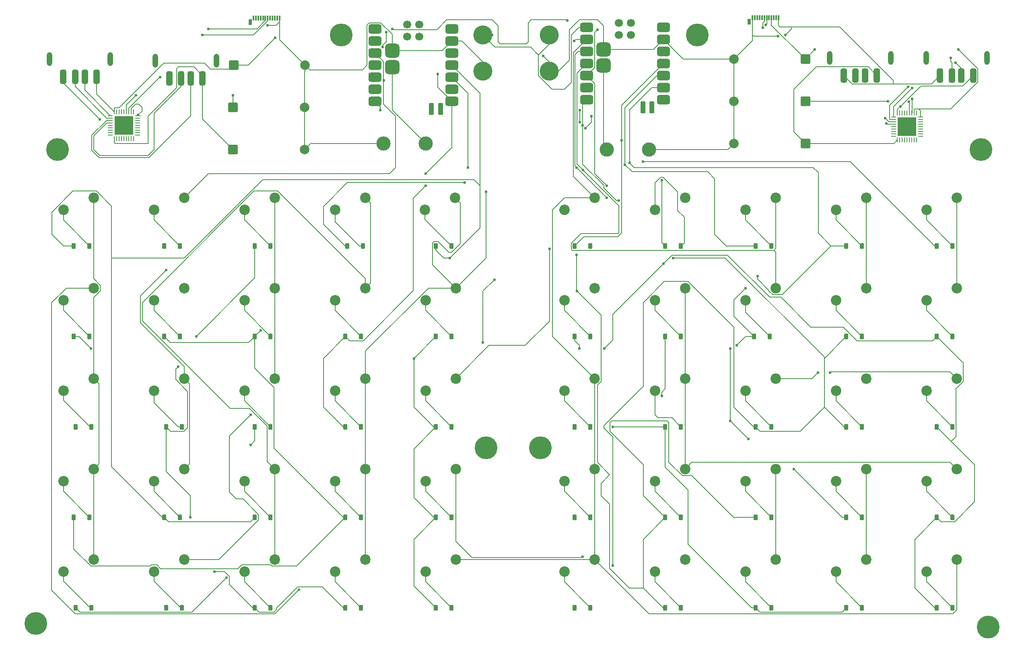
<source format=gbr>
%TF.GenerationSoftware,KiCad,Pcbnew,9.0.2*%
%TF.CreationDate,2025-10-05T12:30:13-05:00*%
%TF.ProjectId,keeb,6b656562-2e6b-4696-9361-645f70636258,rev?*%
%TF.SameCoordinates,Original*%
%TF.FileFunction,Copper,L1,Top*%
%TF.FilePolarity,Positive*%
%FSLAX46Y46*%
G04 Gerber Fmt 4.6, Leading zero omitted, Abs format (unit mm)*
G04 Created by KiCad (PCBNEW 9.0.2) date 2025-10-05 12:30:13*
%MOMM*%
%LPD*%
G01*
G04 APERTURE LIST*
G04 Aperture macros list*
%AMRoundRect*
0 Rectangle with rounded corners*
0 $1 Rounding radius*
0 $2 $3 $4 $5 $6 $7 $8 $9 X,Y pos of 4 corners*
0 Add a 4 corners polygon primitive as box body*
4,1,4,$2,$3,$4,$5,$6,$7,$8,$9,$2,$3,0*
0 Add four circle primitives for the rounded corners*
1,1,$1+$1,$2,$3*
1,1,$1+$1,$4,$5*
1,1,$1+$1,$6,$7*
1,1,$1+$1,$8,$9*
0 Add four rect primitives between the rounded corners*
20,1,$1+$1,$2,$3,$4,$5,0*
20,1,$1+$1,$4,$5,$6,$7,0*
20,1,$1+$1,$6,$7,$8,$9,0*
20,1,$1+$1,$8,$9,$2,$3,0*%
G04 Aperture macros list end*
%TA.AperFunction,SMDPad,CuDef*%
%ADD10R,1.066800X0.254000*%
%TD*%
%TA.AperFunction,SMDPad,CuDef*%
%ADD11R,0.254000X1.066800*%
%TD*%
%TA.AperFunction,SMDPad,CuDef*%
%ADD12R,3.860800X3.860800*%
%TD*%
%TA.AperFunction,ComponentPad*%
%ADD13C,2.200000*%
%TD*%
%TA.AperFunction,SMDPad,CuDef*%
%ADD14C,3.000000*%
%TD*%
%TA.AperFunction,SMDPad,CuDef*%
%ADD15C,4.000000*%
%TD*%
%TA.AperFunction,SMDPad,CuDef*%
%ADD16RoundRect,0.225000X-0.225000X-0.375000X0.225000X-0.375000X0.225000X0.375000X-0.225000X0.375000X0*%
%TD*%
%TA.AperFunction,ComponentPad*%
%ADD17C,4.800000*%
%TD*%
%TA.AperFunction,SMDPad,CuDef*%
%ADD18RoundRect,0.325000X0.325000X1.175000X-0.325000X1.175000X-0.325000X-1.175000X0.325000X-1.175000X0*%
%TD*%
%TA.AperFunction,HeatsinkPad*%
%ADD19O,1.200000X2.900000*%
%TD*%
%TA.AperFunction,ComponentPad*%
%ADD20RoundRect,0.250000X0.750000X0.750000X-0.750000X0.750000X-0.750000X-0.750000X0.750000X-0.750000X0*%
%TD*%
%TA.AperFunction,ComponentPad*%
%ADD21C,2.000000*%
%TD*%
%TA.AperFunction,ComponentPad*%
%ADD22RoundRect,0.250000X-0.750000X-0.750000X0.750000X-0.750000X0.750000X0.750000X-0.750000X0.750000X0*%
%TD*%
%TA.AperFunction,SMDPad,CuDef*%
%ADD23RoundRect,0.500000X-0.875000X-0.500000X0.875000X-0.500000X0.875000X0.500000X-0.875000X0.500000X0*%
%TD*%
%TA.AperFunction,ComponentPad*%
%ADD24RoundRect,0.750000X0.750000X0.750000X-0.750000X0.750000X-0.750000X-0.750000X0.750000X-0.750000X0*%
%TD*%
%TA.AperFunction,SMDPad,CuDef*%
%ADD25RoundRect,0.275000X-0.275000X0.975000X-0.275000X-0.975000X0.275000X-0.975000X0.275000X0.975000X0*%
%TD*%
%TA.AperFunction,SMDPad,CuDef*%
%ADD26C,1.700000*%
%TD*%
%TA.AperFunction,SMDPad,CuDef*%
%ADD27R,0.380000X1.000000*%
%TD*%
%TA.AperFunction,SMDPad,CuDef*%
%ADD28R,0.700000X1.150000*%
%TD*%
%TA.AperFunction,ViaPad*%
%ADD29C,0.600000*%
%TD*%
%TA.AperFunction,Conductor*%
%ADD30C,0.200000*%
%TD*%
G04 APERTURE END LIST*
D10*
%TO.P,U4,1,USBDM_DN1/PRT_DIS_M1*%
%TO.N,Net-(J2-D-)*%
X54305200Y-50038000D03*
%TO.P,U4,2,USBDP_DN1/PRT_DIS_P1*%
%TO.N,Net-(J2-D+)*%
X54305200Y-50546000D03*
%TO.P,U4,3,USBDM_DN2/PRT_DIS_M2*%
%TO.N,Net-(J4-D-)*%
X54305200Y-51054000D03*
%TO.P,U4,4,USBDP_DN2/PRT_DIS_P2*%
%TO.N,Net-(J4-D+)*%
X54305200Y-51562000D03*
%TO.P,U4,5,VDDA33*%
%TO.N,unconnected-(U4-VDDA33-Pad5)*%
X54305200Y-52070000D03*
%TO.P,U4,6,NC*%
%TO.N,unconnected-(U4-NC-Pad6)*%
X54305200Y-52578000D03*
%TO.P,U4,7,NC*%
%TO.N,unconnected-(U4-NC-Pad7)*%
X54305200Y-53086000D03*
%TO.P,U4,8,NC*%
%TO.N,unconnected-(U4-NC-Pad8)*%
X54305200Y-53594000D03*
%TO.P,U4,9,NC*%
%TO.N,unconnected-(U4-NC-Pad9)*%
X54305200Y-54102000D03*
D11*
%TO.P,U4,10,VDDA33*%
%TO.N,downVbus1*%
X55118000Y-54914800D03*
%TO.P,U4,11,TEST*%
%TO.N,unconnected-(U4-TEST-Pad11)*%
X55626000Y-54914800D03*
%TO.P,U4,12,PRTPWR1/BC_EN1*%
%TO.N,unconnected-(U4-PRTPWR1{slash}BC_EN1-Pad12)*%
X56134000Y-54914800D03*
%TO.P,U4,13,OCS_N1*%
%TO.N,unconnected-(U4-OCS_N1-Pad13)*%
X56642000Y-54914800D03*
%TO.P,U4,14,CRFILT*%
%TO.N,unconnected-(U4-CRFILT-Pad14)*%
X57150000Y-54914800D03*
%TO.P,U4,15,VDD33*%
%TO.N,unconnected-(U4-VDD33-Pad15)*%
X57658000Y-54914800D03*
%TO.P,U4,16,PRTPWR2/BC_EN2*%
%TO.N,unconnected-(U4-PRTPWR2{slash}BC_EN2-Pad16)*%
X58166000Y-54914800D03*
%TO.P,U4,17,OCS_N2*%
%TO.N,unconnected-(U4-OCS_N2-Pad17)*%
X58674000Y-54914800D03*
%TO.P,U4,18,NC*%
%TO.N,unconnected-(U4-NC-Pad18)*%
X59182000Y-54914800D03*
D10*
%TO.P,U4,19,NC*%
%TO.N,unconnected-(U4-NC-Pad19)*%
X59994800Y-54102000D03*
%TO.P,U4,20,NC*%
%TO.N,unconnected-(U4-NC-Pad20)*%
X59994800Y-53594000D03*
%TO.P,U4,21,NC*%
%TO.N,unconnected-(U4-NC-Pad21)*%
X59994800Y-53086000D03*
%TO.P,U4,22,SDA/SMBDATA/NON_REM1*%
%TO.N,unconnected-(U4-SDA{slash}SMBDATA{slash}NON_REM1-Pad22)*%
X59994800Y-52578000D03*
%TO.P,U4,23,VDD33*%
%TO.N,unconnected-(U4-VDD33-Pad23)*%
X59994800Y-52070000D03*
%TO.P,U4,24,SCL/SMBCLK/CFG_SEL0*%
%TO.N,unconnected-(U4-SCL{slash}SMBCLK{slash}CFG_SEL0-Pad24)*%
X59994800Y-51562000D03*
%TO.P,U4,25,HS_IND/CFG_SEL1*%
%TO.N,unconnected-(U4-HS_IND{slash}CFG_SEL1-Pad25)*%
X59994800Y-51054000D03*
%TO.P,U4,26,RESET_N*%
%TO.N,unconnected-(U4-RESET_N-Pad26)*%
X59994800Y-50546000D03*
%TO.P,U4,27,VBUS_DET*%
%TO.N,Net-(U4-VBUS_DET)*%
X59994800Y-50038000D03*
D11*
%TO.P,U4,28,SUSP_IND/LOCAL_PWR/NON_REM0*%
%TO.N,unconnected-(U4-SUSP_IND{slash}LOCAL_PWR{slash}NON_REM0-Pad28)*%
X59182000Y-49225200D03*
%TO.P,U4,29,VDDA33*%
%TO.N,Net-(U4-VBUS_DET)*%
X58674000Y-49225200D03*
%TO.P,U4,30,USBDM_UP*%
%TO.N,Net-(P2-D-)*%
X58166000Y-49225200D03*
%TO.P,U4,31,USBDP_UP*%
%TO.N,Net-(P2-D+)*%
X57658000Y-49225200D03*
%TO.P,U4,32,XTALOUT*%
%TO.N,unconnected-(U4-XTALOUT-Pad32)*%
X57150000Y-49225200D03*
%TO.P,U4,33,XTALIN/CLKIN*%
%TO.N,unconnected-(U4-XTALIN{slash}CLKIN-Pad33)*%
X56642000Y-49225200D03*
%TO.P,U4,34,PLLFILT*%
%TO.N,unconnected-(U4-PLLFILT-Pad34)*%
X56134000Y-49225200D03*
%TO.P,U4,35,RBIAS*%
%TO.N,unconnected-(U4-RBIAS-Pad35)*%
X55626000Y-49225200D03*
%TO.P,U4,36,VDDA33*%
%TO.N,downVbus0*%
X55118000Y-49225200D03*
D12*
%TO.P,U4,37,EPAD*%
%TO.N,GND*%
X57150000Y-52070000D03*
%TD*%
D13*
%TO.P,SW43,1,1*%
%TO.N,col4*%
X232410000Y-86360000D03*
%TO.P,SW43,2,2*%
%TO.N,Net-(D43-A)*%
X226060000Y-88900000D03*
%TD*%
%TO.P,SW17,1,1*%
%TO.N,col1*%
X175260000Y-124460000D03*
%TO.P,SW17,2,2*%
%TO.N,Net-(D17-A)*%
X168910000Y-127000000D03*
%TD*%
%TO.P,SW28,1,1*%
%TO.N,col3*%
X88900000Y-124460000D03*
%TO.P,SW28,2,2*%
%TO.N,Net-(D28-A)*%
X82550000Y-127000000D03*
%TD*%
%TO.P,SW33,1,1*%
%TO.N,col3*%
X213360000Y-86360000D03*
%TO.P,SW33,2,2*%
%TO.N,Net-(D33-A)*%
X207010000Y-88900000D03*
%TD*%
D14*
%TO.P,TP2,1,1*%
%TO.N,/right/vbat*%
X120650000Y-55880000D03*
%TD*%
D13*
%TO.P,SW46,1,1*%
%TO.N,col2*%
X127000000Y-105410000D03*
%TO.P,SW46,2,2*%
%TO.N,Net-(D46-A)*%
X120650000Y-107950000D03*
%TD*%
D15*
%TO.P,TP8,1,1*%
%TO.N,GND*%
X132715000Y-40640000D03*
%TD*%
D16*
%TO.P,D26,1,K*%
%TO.N,row3*%
X84710000Y-115570000D03*
%TO.P,D26,2,A*%
%TO.N,Net-(D26-A)*%
X88010000Y-115570000D03*
%TD*%
D13*
%TO.P,SW2,1,1*%
%TO.N,col0*%
X50800000Y-67310000D03*
%TO.P,SW2,2,2*%
%TO.N,Net-(D2-A)*%
X44450000Y-69850000D03*
%TD*%
D16*
%TO.P,D7,1,K*%
%TO.N,row2*%
X152020000Y-134620000D03*
%TO.P,D7,2,A*%
%TO.N,Net-(D7-A)*%
X155320000Y-134620000D03*
%TD*%
%TO.P,D19,1,K*%
%TO.N,row0*%
X171070000Y-153670000D03*
%TO.P,D19,2,A*%
%TO.N,Net-(D19-A)*%
X174370000Y-153670000D03*
%TD*%
D13*
%TO.P,SW36,1,1*%
%TO.N,col4*%
X107950000Y-105410000D03*
%TO.P,SW36,2,2*%
%TO.N,Net-(D36-A)*%
X101600000Y-107950000D03*
%TD*%
D16*
%TO.P,D27,1,K*%
%TO.N,row0*%
X190120000Y-134620000D03*
%TO.P,D27,2,A*%
%TO.N,Net-(D27-A)*%
X193420000Y-134620000D03*
%TD*%
D13*
%TO.P,SW13,1,1*%
%TO.N,col1*%
X175260000Y-86360000D03*
%TO.P,SW13,2,2*%
%TO.N,Net-(D13-A)*%
X168910000Y-88900000D03*
%TD*%
D16*
%TO.P,D22,1,K*%
%TO.N,row1*%
X84710000Y-77470000D03*
%TO.P,D22,2,A*%
%TO.N,Net-(D22-A)*%
X88010000Y-77470000D03*
%TD*%
%TO.P,D31,1,K*%
%TO.N,row2*%
X209170000Y-77470000D03*
%TO.P,D31,2,A*%
%TO.N,Net-(D31-A)*%
X212470000Y-77470000D03*
%TD*%
%TO.P,D18,1,K*%
%TO.N,row0*%
X65660000Y-134620000D03*
%TO.P,D18,2,A*%
%TO.N,Net-(D18-A)*%
X68960000Y-134620000D03*
%TD*%
D17*
%TO.P,H2,1*%
%TO.N,N/C*%
X102870000Y-33020000D03*
%TD*%
D16*
%TO.P,D46,1,K*%
%TO.N,row4*%
X122810000Y-115570000D03*
%TO.P,D46,2,A*%
%TO.N,Net-(D46-A)*%
X126110000Y-115570000D03*
%TD*%
D18*
%TO.P,J2,1,VBUS*%
%TO.N,downVbus0*%
X51400000Y-41800000D03*
%TO.P,J2,2,D-*%
%TO.N,Net-(J2-D-)*%
X48900000Y-41800000D03*
%TO.P,J2,3,D+*%
%TO.N,Net-(J2-D+)*%
X46900000Y-41800000D03*
%TO.P,J2,4,GND*%
%TO.N,GND*%
X44400000Y-41800000D03*
D19*
%TO.P,J2,5,Shield*%
%TO.N,unconnected-(J2-Shield-Pad5)*%
X54300000Y-38100000D03*
%TO.N,unconnected-(J2-Shield-Pad5)_1*%
X41500000Y-38100000D03*
%TD*%
D16*
%TO.P,D50,1,K*%
%TO.N,row4*%
X122810000Y-153670000D03*
%TO.P,D50,2,A*%
%TO.N,Net-(D50-A)*%
X126110000Y-153670000D03*
%TD*%
%TO.P,D34,1,K*%
%TO.N,row3*%
X103760000Y-96520000D03*
%TO.P,D34,2,A*%
%TO.N,Net-(D34-A)*%
X107060000Y-96520000D03*
%TD*%
D17*
%TO.P,H3,1*%
%TO.N,N/C*%
X237490000Y-57150000D03*
%TD*%
D20*
%TO.P,C3,1*%
%TO.N,downVbus0*%
X200540000Y-46990000D03*
D21*
%TO.P,C3,2*%
%TO.N,GND*%
X185540000Y-46990000D03*
%TD*%
D16*
%TO.P,D5,1,K*%
%TO.N,row1*%
X152020000Y-115570000D03*
%TO.P,D5,2,A*%
%TO.N,Net-(D5-A)*%
X155320000Y-115570000D03*
%TD*%
D15*
%TO.P,TP7,1,1*%
%TO.N,GND*%
X146685000Y-40640000D03*
%TD*%
D14*
%TO.P,TP3,1,1*%
%TO.N,GND*%
X167640000Y-57150000D03*
%TD*%
D16*
%TO.P,D10,1,K*%
%TO.N,row3*%
X46990000Y-153670000D03*
%TO.P,D10,2,A*%
%TO.N,Net-(D10-A)*%
X50290000Y-153670000D03*
%TD*%
D17*
%TO.P,H8,1*%
%TO.N,N/C*%
X38608000Y-156972000D03*
%TD*%
D16*
%TO.P,D9,1,K*%
%TO.N,row3*%
X152020000Y-153670000D03*
%TO.P,D9,2,A*%
%TO.N,Net-(D9-A)*%
X155320000Y-153670000D03*
%TD*%
%TO.P,D49,1,K*%
%TO.N,row4*%
X228220000Y-153670000D03*
%TO.P,D49,2,A*%
%TO.N,Net-(D49-A)*%
X231520000Y-153670000D03*
%TD*%
%TO.P,D41,1,K*%
%TO.N,row0*%
X228220000Y-77470000D03*
%TO.P,D41,2,A*%
%TO.N,Net-(D41-A)*%
X231520000Y-77470000D03*
%TD*%
%TO.P,D40,1,K*%
%TO.N,row1*%
X103760000Y-153670000D03*
%TO.P,D40,2,A*%
%TO.N,Net-(D40-A)*%
X107060000Y-153670000D03*
%TD*%
D13*
%TO.P,SW44,1,1*%
%TO.N,col4*%
X127000000Y-86360000D03*
%TO.P,SW44,2,2*%
%TO.N,Net-(D44-A)*%
X120650000Y-88900000D03*
%TD*%
D16*
%TO.P,D33,1,K*%
%TO.N,row3*%
X209170000Y-96520000D03*
%TO.P,D33,2,A*%
%TO.N,Net-(D33-A)*%
X212470000Y-96520000D03*
%TD*%
D13*
%TO.P,SW47,1,1*%
%TO.N,col1*%
X232410000Y-124460000D03*
%TO.P,SW47,2,2*%
%TO.N,Net-(D47-A)*%
X226060000Y-127000000D03*
%TD*%
D17*
%TO.P,H1,1*%
%TO.N,N/C*%
X177800000Y-33020000D03*
%TD*%
D13*
%TO.P,SW18,1,1*%
%TO.N,col1*%
X69850000Y-124460000D03*
%TO.P,SW18,2,2*%
%TO.N,Net-(D18-A)*%
X63500000Y-127000000D03*
%TD*%
%TO.P,SW32,1,1*%
%TO.N,col3*%
X107950000Y-67310000D03*
%TO.P,SW32,2,2*%
%TO.N,Net-(D32-A)*%
X101600000Y-69850000D03*
%TD*%
D16*
%TO.P,D11,1,K*%
%TO.N,row3*%
X171070000Y-77470000D03*
%TO.P,D11,2,A*%
%TO.N,Net-(D11-A)*%
X174370000Y-77470000D03*
%TD*%
%TO.P,D13,1,K*%
%TO.N,row2*%
X171070000Y-96520000D03*
%TO.P,D13,2,A*%
%TO.N,Net-(D13-A)*%
X174370000Y-96520000D03*
%TD*%
D22*
%TO.P,C2,1*%
%TO.N,Net-(U4-VBUS_DET)*%
X80130000Y-48260000D03*
D21*
%TO.P,C2,2*%
%TO.N,GND*%
X95130000Y-48260000D03*
%TD*%
D13*
%TO.P,SW5,1,1*%
%TO.N,col0*%
X156210000Y-105410000D03*
%TO.P,SW5,2,2*%
%TO.N,Net-(D5-A)*%
X149860000Y-107950000D03*
%TD*%
D16*
%TO.P,D37,1,K*%
%TO.N,row2*%
X209170000Y-134620000D03*
%TO.P,D37,2,A*%
%TO.N,Net-(D37-A)*%
X212470000Y-134620000D03*
%TD*%
%TO.P,D23,1,K*%
%TO.N,row2*%
X189740000Y-96520000D03*
%TO.P,D23,2,A*%
%TO.N,Net-(D23-A)*%
X193040000Y-96520000D03*
%TD*%
D13*
%TO.P,SW26,1,1*%
%TO.N,col2*%
X88900000Y-105410000D03*
%TO.P,SW26,2,2*%
%TO.N,Net-(D26-A)*%
X82550000Y-107950000D03*
%TD*%
D14*
%TO.P,TP4,1,1*%
%TO.N,GND*%
X111760000Y-55880000D03*
%TD*%
D16*
%TO.P,D25,1,K*%
%TO.N,row3*%
X190120000Y-115570000D03*
%TO.P,D25,2,A*%
%TO.N,Net-(D25-A)*%
X193420000Y-115570000D03*
%TD*%
D17*
%TO.P,H7,1*%
%TO.N,N/C*%
X144780000Y-120015000D03*
%TD*%
D13*
%TO.P,SW37,1,1*%
%TO.N,col4*%
X213360000Y-124460000D03*
%TO.P,SW37,2,2*%
%TO.N,Net-(D37-A)*%
X207010000Y-127000000D03*
%TD*%
D16*
%TO.P,D20,1,K*%
%TO.N,row0*%
X66040000Y-153670000D03*
%TO.P,D20,2,A*%
%TO.N,Net-(D20-A)*%
X69340000Y-153670000D03*
%TD*%
D23*
%TO.P,U1,1,P0.02_A0_D0*%
%TO.N,data0*%
X154505000Y-31428500D03*
%TO.P,U1,2,P0.03_A1_D1*%
%TO.N,col0*%
X154505000Y-33968500D03*
%TO.P,U1,3,P0.28_A2_D2*%
%TO.N,col1*%
X154505000Y-36508500D03*
%TO.P,U1,4,P0.29_A3_D3*%
%TO.N,col2*%
X154505000Y-39048500D03*
%TO.P,U1,5,P0.04_A4_D4_SDA*%
%TO.N,col3*%
X154505000Y-41588500D03*
%TO.P,U1,6,P0.05_A5_D5_SCL*%
%TO.N,col4*%
X154505000Y-44128500D03*
%TO.P,U1,7,P1.11_D6_TX*%
%TO.N,row4*%
X154505000Y-46668500D03*
%TO.P,U1,8,P1.12_D7_RX*%
%TO.N,row3*%
X170670000Y-46668500D03*
%TO.P,U1,9,P1.13_D8_SCK*%
%TO.N,row2*%
X170670000Y-44128500D03*
%TO.P,U1,10,P1.14_D9_MISO*%
%TO.N,row1*%
X170670000Y-41588500D03*
%TO.P,U1,11,P1.15_D10_MOSI*%
%TO.N,row0*%
X170670000Y-39048500D03*
%TO.P,U1,12,3V3*%
%TO.N,unconnected-(U1-3V3-Pad12)*%
X170670000Y-36508500D03*
%TO.P,U1,13,GND*%
%TO.N,GND*%
X170670000Y-33968500D03*
%TO.P,U1,14,5V*%
%TO.N,unconnected-(U1-5V-Pad14)*%
X170670000Y-31428500D03*
D24*
%TO.P,U1,15,BAT*%
%TO.N,/left/vbat*%
X158115000Y-39448500D03*
%TO.P,U1,16,GND*%
%TO.N,GND*%
X158115000Y-36048500D03*
D25*
%TO.P,U1,17,NFC1*%
%TO.N,unconnected-(U1-NFC1-Pad17)*%
X166370000Y-48285400D03*
%TO.P,U1,18,NFC2*%
%TO.N,unconnected-(U1-NFC2-Pad18)*%
X168275000Y-48285400D03*
D26*
%TO.P,U1,19,PA31_SWDIO*%
%TO.N,unconnected-(U1-PA31_SWDIO-Pad19)*%
X161290000Y-30480000D03*
%TO.P,U1,20,PA30_SWCLK*%
%TO.N,unconnected-(U1-PA30_SWCLK-Pad20)*%
X163830000Y-30480000D03*
%TO.P,U1,21,RESET*%
%TO.N,unconnected-(U1-RESET-Pad21)*%
X161290000Y-33020000D03*
%TO.P,U1,22,GND*%
%TO.N,unconnected-(U1-GND-Pad22)*%
X163830000Y-33020000D03*
%TD*%
D16*
%TO.P,D36,1,K*%
%TO.N,row3*%
X103760000Y-115570000D03*
%TO.P,D36,2,A*%
%TO.N,Net-(D36-A)*%
X107060000Y-115570000D03*
%TD*%
D13*
%TO.P,SW50,1,1*%
%TO.N,col0*%
X127000000Y-143510000D03*
%TO.P,SW50,2,2*%
%TO.N,Net-(D50-A)*%
X120650000Y-146050000D03*
%TD*%
D17*
%TO.P,H5,1*%
%TO.N,N/C*%
X239014000Y-157734000D03*
%TD*%
D16*
%TO.P,D4,1,K*%
%TO.N,row4*%
X46610000Y-96520000D03*
%TO.P,D4,2,A*%
%TO.N,Net-(D4-A)*%
X49910000Y-96520000D03*
%TD*%
D13*
%TO.P,SW20,1,1*%
%TO.N,col2*%
X69850000Y-143510000D03*
%TO.P,SW20,2,2*%
%TO.N,Net-(D20-A)*%
X63500000Y-146050000D03*
%TD*%
%TO.P,SW3,1,1*%
%TO.N,col3*%
X156210000Y-86360000D03*
%TO.P,SW3,2,2*%
%TO.N,Net-(D3-A)*%
X149860000Y-88900000D03*
%TD*%
D15*
%TO.P,TP5,1,1*%
%TO.N,data0*%
X146685000Y-33020000D03*
%TD*%
D20*
%TO.P,C5,1*%
%TO.N,downVbus1*%
X200540000Y-55880000D03*
D21*
%TO.P,C5,2*%
%TO.N,GND*%
X185540000Y-55880000D03*
%TD*%
D16*
%TO.P,D48,1,K*%
%TO.N,row4*%
X122810000Y-134620000D03*
%TO.P,D48,2,A*%
%TO.N,Net-(D48-A)*%
X126110000Y-134620000D03*
%TD*%
%TO.P,D16,1,K*%
%TO.N,row1*%
X66040000Y-115570000D03*
%TO.P,D16,2,A*%
%TO.N,Net-(D16-A)*%
X69340000Y-115570000D03*
%TD*%
D13*
%TO.P,SW31,1,1*%
%TO.N,col3*%
X213360000Y-67310000D03*
%TO.P,SW31,2,2*%
%TO.N,Net-(D31-A)*%
X207010000Y-69850000D03*
%TD*%
%TO.P,SW11,1,1*%
%TO.N,col1*%
X175260000Y-67310000D03*
%TO.P,SW11,2,2*%
%TO.N,Net-(D11-A)*%
X168910000Y-69850000D03*
%TD*%
D10*
%TO.P,U3,1,USBDM_DN1/PRT_DIS_M1*%
%TO.N,Net-(J1-D-)*%
X219100400Y-50292000D03*
%TO.P,U3,2,USBDP_DN1/PRT_DIS_P1*%
%TO.N,Net-(J1-D+)*%
X219100400Y-50800000D03*
%TO.P,U3,3,USBDM_DN2/PRT_DIS_M2*%
%TO.N,Net-(J3-D-)*%
X219100400Y-51308000D03*
%TO.P,U3,4,USBDP_DN2/PRT_DIS_P2*%
%TO.N,Net-(J3-D+)*%
X219100400Y-51816000D03*
%TO.P,U3,5,VDDA33*%
%TO.N,unconnected-(U3-VDDA33-Pad5)*%
X219100400Y-52324000D03*
%TO.P,U3,6,NC*%
%TO.N,unconnected-(U3-NC-Pad6)*%
X219100400Y-52832000D03*
%TO.P,U3,7,NC*%
%TO.N,unconnected-(U3-NC-Pad7)*%
X219100400Y-53340000D03*
%TO.P,U3,8,NC*%
%TO.N,unconnected-(U3-NC-Pad8)*%
X219100400Y-53848000D03*
%TO.P,U3,9,NC*%
%TO.N,unconnected-(U3-NC-Pad9)*%
X219100400Y-54356000D03*
D11*
%TO.P,U3,10,VDDA33*%
%TO.N,downVbus1*%
X219913200Y-55168800D03*
%TO.P,U3,11,TEST*%
%TO.N,unconnected-(U3-TEST-Pad11)*%
X220421200Y-55168800D03*
%TO.P,U3,12,PRTPWR1/BC_EN1*%
%TO.N,unconnected-(U3-PRTPWR1{slash}BC_EN1-Pad12)*%
X220929200Y-55168800D03*
%TO.P,U3,13,OCS_N1*%
%TO.N,unconnected-(U3-OCS_N1-Pad13)*%
X221437200Y-55168800D03*
%TO.P,U3,14,CRFILT*%
%TO.N,unconnected-(U3-CRFILT-Pad14)*%
X221945200Y-55168800D03*
%TO.P,U3,15,VDD33*%
%TO.N,unconnected-(U3-VDD33-Pad15)*%
X222453200Y-55168800D03*
%TO.P,U3,16,PRTPWR2/BC_EN2*%
%TO.N,unconnected-(U3-PRTPWR2{slash}BC_EN2-Pad16)*%
X222961200Y-55168800D03*
%TO.P,U3,17,OCS_N2*%
%TO.N,unconnected-(U3-OCS_N2-Pad17)*%
X223469200Y-55168800D03*
%TO.P,U3,18,NC*%
%TO.N,unconnected-(U3-NC-Pad18)*%
X223977200Y-55168800D03*
D10*
%TO.P,U3,19,NC*%
%TO.N,unconnected-(U3-NC-Pad19)*%
X224790000Y-54356000D03*
%TO.P,U3,20,NC*%
%TO.N,unconnected-(U3-NC-Pad20)*%
X224790000Y-53848000D03*
%TO.P,U3,21,NC*%
%TO.N,unconnected-(U3-NC-Pad21)*%
X224790000Y-53340000D03*
%TO.P,U3,22,SDA/SMBDATA/NON_REM1*%
%TO.N,unconnected-(U3-SDA{slash}SMBDATA{slash}NON_REM1-Pad22)*%
X224790000Y-52832000D03*
%TO.P,U3,23,VDD33*%
%TO.N,unconnected-(U3-VDD33-Pad23)*%
X224790000Y-52324000D03*
%TO.P,U3,24,SCL/SMBCLK/CFG_SEL0*%
%TO.N,unconnected-(U3-SCL{slash}SMBCLK{slash}CFG_SEL0-Pad24)*%
X224790000Y-51816000D03*
%TO.P,U3,25,HS_IND/CFG_SEL1*%
%TO.N,unconnected-(U3-HS_IND{slash}CFG_SEL1-Pad25)*%
X224790000Y-51308000D03*
%TO.P,U3,26,RESET_N*%
%TO.N,unconnected-(U3-RESET_N-Pad26)*%
X224790000Y-50800000D03*
%TO.P,U3,27,VBUS_DET*%
%TO.N,Net-(U3-VBUS_DET)*%
X224790000Y-50292000D03*
D11*
%TO.P,U3,28,SUSP_IND/LOCAL_PWR/NON_REM0*%
%TO.N,unconnected-(U3-SUSP_IND{slash}LOCAL_PWR{slash}NON_REM0-Pad28)*%
X223977200Y-49479200D03*
%TO.P,U3,29,VDDA33*%
%TO.N,Net-(U3-VBUS_DET)*%
X223469200Y-49479200D03*
%TO.P,U3,30,USBDM_UP*%
%TO.N,Net-(P1-D-)*%
X222961200Y-49479200D03*
%TO.P,U3,31,USBDP_UP*%
%TO.N,Net-(P1-D+)*%
X222453200Y-49479200D03*
%TO.P,U3,32,XTALOUT*%
%TO.N,unconnected-(U3-XTALOUT-Pad32)*%
X221945200Y-49479200D03*
%TO.P,U3,33,XTALIN/CLKIN*%
%TO.N,unconnected-(U3-XTALIN{slash}CLKIN-Pad33)*%
X221437200Y-49479200D03*
%TO.P,U3,34,PLLFILT*%
%TO.N,unconnected-(U3-PLLFILT-Pad34)*%
X220929200Y-49479200D03*
%TO.P,U3,35,RBIAS*%
%TO.N,unconnected-(U3-RBIAS-Pad35)*%
X220421200Y-49479200D03*
%TO.P,U3,36,VDDA33*%
%TO.N,downVbus0*%
X219913200Y-49479200D03*
D12*
%TO.P,U3,37,EPAD*%
%TO.N,GND*%
X221945200Y-52324000D03*
%TD*%
D13*
%TO.P,SW38,1,1*%
%TO.N,col4*%
X107950000Y-124460000D03*
%TO.P,SW38,2,2*%
%TO.N,Net-(D38-A)*%
X101600000Y-127000000D03*
%TD*%
D16*
%TO.P,D32,1,K*%
%TO.N,row2*%
X104140000Y-77470000D03*
%TO.P,D32,2,A*%
%TO.N,Net-(D32-A)*%
X107440000Y-77470000D03*
%TD*%
D20*
%TO.P,C1,1*%
%TO.N,Net-(U3-VBUS_DET)*%
X200540000Y-38100000D03*
D21*
%TO.P,C1,2*%
%TO.N,GND*%
X185540000Y-38100000D03*
%TD*%
D16*
%TO.P,D39,1,K*%
%TO.N,row1*%
X209170000Y-153670000D03*
%TO.P,D39,2,A*%
%TO.N,Net-(D39-A)*%
X212470000Y-153670000D03*
%TD*%
%TO.P,D17,1,K*%
%TO.N,row0*%
X171070000Y-134620000D03*
%TO.P,D17,2,A*%
%TO.N,Net-(D17-A)*%
X174370000Y-134620000D03*
%TD*%
D13*
%TO.P,SW35,1,1*%
%TO.N,col4*%
X213360000Y-105410000D03*
%TO.P,SW35,2,2*%
%TO.N,Net-(D35-A)*%
X207010000Y-107950000D03*
%TD*%
D23*
%TO.P,U2,1,P0.02_A0_D0*%
%TO.N,data0*%
X110000000Y-31750000D03*
%TO.P,U2,2,P0.03_A1_D1*%
%TO.N,col0*%
X110000000Y-34290000D03*
%TO.P,U2,3,P0.28_A2_D2*%
%TO.N,col1*%
X110000000Y-36830000D03*
%TO.P,U2,4,P0.29_A3_D3*%
%TO.N,col2*%
X110000000Y-39370000D03*
%TO.P,U2,5,P0.04_A4_D4_SDA*%
%TO.N,col3*%
X110000000Y-41910000D03*
%TO.P,U2,6,P0.05_A5_D5_SCL*%
%TO.N,col4*%
X110000000Y-44450000D03*
%TO.P,U2,7,P1.11_D6_TX*%
%TO.N,row4*%
X110000000Y-46990000D03*
%TO.P,U2,8,P1.12_D7_RX*%
%TO.N,row3*%
X126165000Y-46990000D03*
%TO.P,U2,9,P1.13_D8_SCK*%
%TO.N,row2*%
X126165000Y-44450000D03*
%TO.P,U2,10,P1.14_D9_MISO*%
%TO.N,row1*%
X126165000Y-41910000D03*
%TO.P,U2,11,P1.15_D10_MOSI*%
%TO.N,row0*%
X126165000Y-39370000D03*
%TO.P,U2,12,3V3*%
%TO.N,unconnected-(U2-3V3-Pad12)*%
X126165000Y-36830000D03*
%TO.P,U2,13,GND*%
%TO.N,GND*%
X126165000Y-34290000D03*
%TO.P,U2,14,5V*%
%TO.N,unconnected-(U2-5V-Pad14)*%
X126165000Y-31750000D03*
D24*
%TO.P,U2,15,BAT*%
%TO.N,/right/vbat*%
X113610000Y-39770000D03*
%TO.P,U2,16,GND*%
%TO.N,GND*%
X113610000Y-36370000D03*
D25*
%TO.P,U2,17,NFC1*%
%TO.N,unconnected-(U2-NFC1-Pad17)*%
X121865000Y-48606900D03*
%TO.P,U2,18,NFC2*%
%TO.N,unconnected-(U2-NFC2-Pad18)*%
X123770000Y-48606900D03*
D26*
%TO.P,U2,19,PA31_SWDIO*%
%TO.N,unconnected-(U2-PA31_SWDIO-Pad19)*%
X116785000Y-30801500D03*
%TO.P,U2,20,PA30_SWCLK*%
%TO.N,unconnected-(U2-PA30_SWCLK-Pad20)*%
X119325000Y-30801500D03*
%TO.P,U2,21,RESET*%
%TO.N,unconnected-(U2-RESET-Pad21)*%
X116785000Y-33341500D03*
%TO.P,U2,22,GND*%
%TO.N,unconnected-(U2-GND-Pad22)*%
X119325000Y-33341500D03*
%TD*%
D16*
%TO.P,D6,1,K*%
%TO.N,row1*%
X46990000Y-115570000D03*
%TO.P,D6,2,A*%
%TO.N,Net-(D6-A)*%
X50290000Y-115570000D03*
%TD*%
%TO.P,D2,1,K*%
%TO.N,row0*%
X46610000Y-77470000D03*
%TO.P,D2,2,A*%
%TO.N,Net-(D2-A)*%
X49910000Y-77470000D03*
%TD*%
D13*
%TO.P,SW10,1,1*%
%TO.N,col0*%
X50800000Y-143510000D03*
%TO.P,SW10,2,2*%
%TO.N,Net-(D10-A)*%
X44450000Y-146050000D03*
%TD*%
%TO.P,SW4,1,1*%
%TO.N,col3*%
X50800000Y-86360000D03*
%TO.P,SW4,2,2*%
%TO.N,Net-(D4-A)*%
X44450000Y-88900000D03*
%TD*%
%TO.P,SW48,1,1*%
%TO.N,col1*%
X127000000Y-124460000D03*
%TO.P,SW48,2,2*%
%TO.N,Net-(D48-A)*%
X120650000Y-127000000D03*
%TD*%
D17*
%TO.P,H6,1*%
%TO.N,N/C*%
X133350000Y-120015000D03*
%TD*%
D13*
%TO.P,SW9,1,1*%
%TO.N,col0*%
X156210000Y-143510000D03*
%TO.P,SW9,2,2*%
%TO.N,Net-(D9-A)*%
X149860000Y-146050000D03*
%TD*%
%TO.P,SW29,1,1*%
%TO.N,col3*%
X194310000Y-143510000D03*
%TO.P,SW29,2,2*%
%TO.N,Net-(D29-A)*%
X187960000Y-146050000D03*
%TD*%
D22*
%TO.P,C4,1*%
%TO.N,downVbus0*%
X80250000Y-39370000D03*
D21*
%TO.P,C4,2*%
%TO.N,GND*%
X95250000Y-39370000D03*
%TD*%
D16*
%TO.P,D45,1,K*%
%TO.N,row4*%
X228220000Y-115570000D03*
%TO.P,D45,2,A*%
%TO.N,Net-(D45-A)*%
X231520000Y-115570000D03*
%TD*%
D13*
%TO.P,SW27,1,1*%
%TO.N,col3*%
X194310000Y-124460000D03*
%TO.P,SW27,2,2*%
%TO.N,Net-(D27-A)*%
X187960000Y-127000000D03*
%TD*%
D27*
%TO.P,P2,A1,GND*%
%TO.N,GND*%
X84408000Y-29464000D03*
%TO.P,P2,A2*%
%TO.N,N/C*%
X84908000Y-29464000D03*
%TO.P,P2,A3*%
X85408000Y-29464000D03*
%TO.P,P2,A4,VBUS*%
%TO.N,Net-(U4-VBUS_DET)*%
X85908000Y-29464000D03*
%TO.P,P2,A5,CC*%
%TO.N,unconnected-(P2-CC-PadA5)*%
X86408000Y-29464000D03*
%TO.P,P2,A6,D+*%
%TO.N,Net-(P2-D+)*%
X86908000Y-29464000D03*
%TO.P,P2,A7,D-*%
%TO.N,Net-(P2-D-)*%
X87408000Y-29464000D03*
%TO.P,P2,A8*%
%TO.N,N/C*%
X87908000Y-29464000D03*
%TO.P,P2,A9,VBUS*%
%TO.N,Net-(U4-VBUS_DET)*%
X88408000Y-29464000D03*
%TO.P,P2,A10*%
%TO.N,N/C*%
X88908000Y-29464000D03*
%TO.P,P2,A11*%
X89408000Y-29464000D03*
%TO.P,P2,A12,GND*%
%TO.N,GND*%
X89908000Y-29464000D03*
D28*
%TO.P,P2,S1,SHIELD*%
%TO.N,unconnected-(P2-SHIELD-PadS1)_1*%
X83738000Y-30304000D03*
%TD*%
D13*
%TO.P,SW8,1,1*%
%TO.N,col0*%
X50800000Y-124460000D03*
%TO.P,SW8,2,2*%
%TO.N,Net-(D8-A)*%
X44450000Y-127000000D03*
%TD*%
%TO.P,SW39,1,1*%
%TO.N,col4*%
X213360000Y-143510000D03*
%TO.P,SW39,2,2*%
%TO.N,Net-(D39-A)*%
X207010000Y-146050000D03*
%TD*%
%TO.P,SW24,1,1*%
%TO.N,col2*%
X88900000Y-86360000D03*
%TO.P,SW24,2,2*%
%TO.N,Net-(D24-A)*%
X82550000Y-88900000D03*
%TD*%
D16*
%TO.P,D24,1,K*%
%TO.N,row2*%
X84710000Y-96520000D03*
%TO.P,D24,2,A*%
%TO.N,Net-(D24-A)*%
X88010000Y-96520000D03*
%TD*%
%TO.P,D28,1,K*%
%TO.N,row0*%
X84710000Y-134620000D03*
%TO.P,D28,2,A*%
%TO.N,Net-(D28-A)*%
X88010000Y-134620000D03*
%TD*%
D18*
%TO.P,J3,1,VBUS*%
%TO.N,downVbus1*%
X215590000Y-41540000D03*
%TO.P,J3,2,D-*%
%TO.N,Net-(J3-D-)*%
X213090000Y-41540000D03*
%TO.P,J3,3,D+*%
%TO.N,Net-(J3-D+)*%
X211090000Y-41540000D03*
%TO.P,J3,4,GND*%
%TO.N,GND*%
X208590000Y-41540000D03*
D19*
%TO.P,J3,5,Shield*%
%TO.N,unconnected-(J3-Shield-Pad5)*%
X218490000Y-37840000D03*
%TO.N,unconnected-(J3-Shield-Pad5)_1*%
X205690000Y-37840000D03*
%TD*%
D16*
%TO.P,D44,1,K*%
%TO.N,row4*%
X122810000Y-96520000D03*
%TO.P,D44,2,A*%
%TO.N,Net-(D44-A)*%
X126110000Y-96520000D03*
%TD*%
D13*
%TO.P,SW30,1,1*%
%TO.N,col3*%
X88900000Y-143510000D03*
%TO.P,SW30,2,2*%
%TO.N,Net-(D30-A)*%
X82550000Y-146050000D03*
%TD*%
%TO.P,SW34,1,1*%
%TO.N,col3*%
X107950000Y-86360000D03*
%TO.P,SW34,2,2*%
%TO.N,Net-(D34-A)*%
X101600000Y-88900000D03*
%TD*%
D16*
%TO.P,D43,1,K*%
%TO.N,row4*%
X228220000Y-96520000D03*
%TO.P,D43,2,A*%
%TO.N,Net-(D43-A)*%
X231520000Y-96520000D03*
%TD*%
D13*
%TO.P,SW49,1,1*%
%TO.N,col0*%
X232410000Y-143510000D03*
%TO.P,SW49,2,2*%
%TO.N,Net-(D49-A)*%
X226060000Y-146050000D03*
%TD*%
%TO.P,SW40,1,1*%
%TO.N,col4*%
X107950000Y-143510000D03*
%TO.P,SW40,2,2*%
%TO.N,Net-(D40-A)*%
X101600000Y-146050000D03*
%TD*%
D16*
%TO.P,D21,1,K*%
%TO.N,row1*%
X190120000Y-77470000D03*
%TO.P,D21,2,A*%
%TO.N,Net-(D21-A)*%
X193420000Y-77470000D03*
%TD*%
D13*
%TO.P,SW21,1,1*%
%TO.N,col2*%
X194310000Y-67310000D03*
%TO.P,SW21,2,2*%
%TO.N,Net-(D21-A)*%
X187960000Y-69850000D03*
%TD*%
D17*
%TO.P,H4,1*%
%TO.N,N/C*%
X43180000Y-57150000D03*
%TD*%
D16*
%TO.P,D38,1,K*%
%TO.N,row2*%
X103760000Y-134620000D03*
%TO.P,D38,2,A*%
%TO.N,Net-(D38-A)*%
X107060000Y-134620000D03*
%TD*%
%TO.P,D12,1,K*%
%TO.N,row3*%
X65660000Y-77470000D03*
%TO.P,D12,2,A*%
%TO.N,Net-(D12-A)*%
X68960000Y-77470000D03*
%TD*%
D13*
%TO.P,SW19,1,1*%
%TO.N,col2*%
X175260000Y-143510000D03*
%TO.P,SW19,2,2*%
%TO.N,Net-(D19-A)*%
X168910000Y-146050000D03*
%TD*%
D16*
%TO.P,D30,1,K*%
%TO.N,row1*%
X84710000Y-153670000D03*
%TO.P,D30,2,A*%
%TO.N,Net-(D30-A)*%
X88010000Y-153670000D03*
%TD*%
D18*
%TO.P,J1,1,VBUS*%
%TO.N,downVbus0*%
X235860000Y-41540000D03*
%TO.P,J1,2,D-*%
%TO.N,Net-(J1-D-)*%
X233360000Y-41540000D03*
%TO.P,J1,3,D+*%
%TO.N,Net-(J1-D+)*%
X231360000Y-41540000D03*
%TO.P,J1,4,GND*%
%TO.N,GND*%
X228860000Y-41540000D03*
D19*
%TO.P,J1,5,Shield*%
%TO.N,unconnected-(J1-Shield-Pad5)_1*%
X238760000Y-37840000D03*
%TO.N,unconnected-(J1-Shield-Pad5)*%
X225960000Y-37840000D03*
%TD*%
D16*
%TO.P,D29,1,K*%
%TO.N,row1*%
X190120000Y-153670000D03*
%TO.P,D29,2,A*%
%TO.N,Net-(D29-A)*%
X193420000Y-153670000D03*
%TD*%
D13*
%TO.P,SW41,1,1*%
%TO.N,col4*%
X232410000Y-67310000D03*
%TO.P,SW41,2,2*%
%TO.N,Net-(D41-A)*%
X226060000Y-69850000D03*
%TD*%
%TO.P,SW42,1,1*%
%TO.N,col4*%
X126850000Y-67310000D03*
%TO.P,SW42,2,2*%
%TO.N,Net-(D42-A)*%
X120500000Y-69850000D03*
%TD*%
%TO.P,SW7,1,1*%
%TO.N,col0*%
X156210000Y-124460000D03*
%TO.P,SW7,2,2*%
%TO.N,Net-(D7-A)*%
X149860000Y-127000000D03*
%TD*%
%TO.P,SW22,1,1*%
%TO.N,col2*%
X88900000Y-67310000D03*
%TO.P,SW22,2,2*%
%TO.N,Net-(D22-A)*%
X82550000Y-69850000D03*
%TD*%
D22*
%TO.P,C6,1*%
%TO.N,downVbus1*%
X80130000Y-57150000D03*
D21*
%TO.P,C6,2*%
%TO.N,GND*%
X95130000Y-57150000D03*
%TD*%
D16*
%TO.P,D15,1,K*%
%TO.N,row1*%
X171070000Y-115570000D03*
%TO.P,D15,2,A*%
%TO.N,Net-(D15-A)*%
X174370000Y-115570000D03*
%TD*%
%TO.P,D1,1,K*%
%TO.N,row0*%
X152020000Y-77470000D03*
%TO.P,D1,2,A*%
%TO.N,Net-(D1-A)*%
X155320000Y-77470000D03*
%TD*%
D13*
%TO.P,SW12,1,1*%
%TO.N,col1*%
X69850000Y-67310000D03*
%TO.P,SW12,2,2*%
%TO.N,Net-(D12-A)*%
X63500000Y-69850000D03*
%TD*%
D16*
%TO.P,D47,1,K*%
%TO.N,row4*%
X228220000Y-134620000D03*
%TO.P,D47,2,A*%
%TO.N,Net-(D47-A)*%
X231520000Y-134620000D03*
%TD*%
D18*
%TO.P,J4,1,VBUS*%
%TO.N,downVbus1*%
X73700000Y-42175000D03*
%TO.P,J4,2,D-*%
%TO.N,Net-(J4-D-)*%
X71200000Y-42175000D03*
%TO.P,J4,3,D+*%
%TO.N,Net-(J4-D+)*%
X69200000Y-42175000D03*
%TO.P,J4,4,GND*%
%TO.N,GND*%
X66700000Y-42175000D03*
D19*
%TO.P,J4,5,Shield*%
%TO.N,unconnected-(J4-Shield-Pad5)_1*%
X76600000Y-38475000D03*
%TO.N,unconnected-(J4-Shield-Pad5)*%
X63800000Y-38475000D03*
%TD*%
D13*
%TO.P,SW14,1,1*%
%TO.N,col1*%
X69850000Y-86360000D03*
%TO.P,SW14,2,2*%
%TO.N,Net-(D14-A)*%
X63500000Y-88900000D03*
%TD*%
D27*
%TO.P,P1,A1,GND*%
%TO.N,GND*%
X189410000Y-29390000D03*
%TO.P,P1,A2*%
%TO.N,N/C*%
X189910000Y-29390000D03*
%TO.P,P1,A3*%
X190410000Y-29390000D03*
%TO.P,P1,A4,VBUS*%
%TO.N,Net-(U3-VBUS_DET)*%
X190910000Y-29390000D03*
%TO.P,P1,A5,CC*%
%TO.N,unconnected-(P1-CC-PadA5)*%
X191410000Y-29390000D03*
%TO.P,P1,A6,D+*%
%TO.N,Net-(P1-D+)*%
X191910000Y-29390000D03*
%TO.P,P1,A7,D-*%
%TO.N,Net-(P1-D-)*%
X192410000Y-29390000D03*
%TO.P,P1,A8*%
%TO.N,N/C*%
X192910000Y-29390000D03*
%TO.P,P1,A9,VBUS*%
%TO.N,Net-(U3-VBUS_DET)*%
X193410000Y-29390000D03*
%TO.P,P1,A10*%
%TO.N,N/C*%
X193910000Y-29390000D03*
%TO.P,P1,A11*%
X194410000Y-29390000D03*
%TO.P,P1,A12,GND*%
%TO.N,GND*%
X194910000Y-29390000D03*
D28*
%TO.P,P1,S1,SHIELD*%
%TO.N,unconnected-(P1-SHIELD-PadS1)*%
X188740000Y-30230000D03*
%TD*%
D15*
%TO.P,TP6,1,1*%
%TO.N,data0*%
X132715000Y-33020000D03*
%TD*%
D14*
%TO.P,TP1,1,1*%
%TO.N,/left/vbat*%
X158750000Y-57150000D03*
%TD*%
D13*
%TO.P,SW23,1,1*%
%TO.N,col2*%
X194310000Y-86360000D03*
%TO.P,SW23,2,2*%
%TO.N,Net-(D23-A)*%
X187960000Y-88900000D03*
%TD*%
%TO.P,SW16,1,1*%
%TO.N,col1*%
X69850000Y-105410000D03*
%TO.P,SW16,2,2*%
%TO.N,Net-(D16-A)*%
X63500000Y-107950000D03*
%TD*%
D16*
%TO.P,D8,1,K*%
%TO.N,row2*%
X46610000Y-134620000D03*
%TO.P,D8,2,A*%
%TO.N,Net-(D8-A)*%
X49910000Y-134620000D03*
%TD*%
D13*
%TO.P,SW6,1,1*%
%TO.N,col0*%
X50800000Y-105410000D03*
%TO.P,SW6,2,2*%
%TO.N,Net-(D6-A)*%
X44450000Y-107950000D03*
%TD*%
%TO.P,SW15,1,1*%
%TO.N,col1*%
X175260000Y-105410000D03*
%TO.P,SW15,2,2*%
%TO.N,Net-(D15-A)*%
X168910000Y-107950000D03*
%TD*%
D16*
%TO.P,D35,1,K*%
%TO.N,row3*%
X209170000Y-115570000D03*
%TO.P,D35,2,A*%
%TO.N,Net-(D35-A)*%
X212470000Y-115570000D03*
%TD*%
%TO.P,D3,1,K*%
%TO.N,row4*%
X152020000Y-96520000D03*
%TO.P,D3,2,A*%
%TO.N,Net-(D3-A)*%
X155320000Y-96520000D03*
%TD*%
D13*
%TO.P,SW1,1,1*%
%TO.N,col0*%
X156210000Y-67310000D03*
%TO.P,SW1,2,2*%
%TO.N,Net-(D1-A)*%
X149860000Y-69850000D03*
%TD*%
D16*
%TO.P,D42,1,K*%
%TO.N,row0*%
X122810000Y-77470000D03*
%TO.P,D42,2,A*%
%TO.N,Net-(D42-A)*%
X126110000Y-77470000D03*
%TD*%
%TO.P,D14,1,K*%
%TO.N,row2*%
X65660000Y-96520000D03*
%TO.P,D14,2,A*%
%TO.N,Net-(D14-A)*%
X68960000Y-96520000D03*
%TD*%
D13*
%TO.P,SW45,1,1*%
%TO.N,col2*%
X232410000Y-105410000D03*
%TO.P,SW45,2,2*%
%TO.N,Net-(D45-A)*%
X226060000Y-107950000D03*
%TD*%
%TO.P,SW25,1,1*%
%TO.N,col2*%
X194310000Y-105410000D03*
%TO.P,SW25,2,2*%
%TO.N,Net-(D25-A)*%
X187960000Y-107950000D03*
%TD*%
D29*
%TO.N,GND*%
X66700000Y-42175000D03*
X145415000Y-37465000D03*
X196342000Y-33020000D03*
X132715000Y-40640000D03*
X221945200Y-52324000D03*
X57150000Y-52070000D03*
X87352815Y-30964815D03*
X194818000Y-33274000D03*
X52070000Y-50800000D03*
X228860000Y-41540000D03*
%TO.N,Net-(U3-VBUS_DET)*%
X202551000Y-36089000D03*
X232794849Y-36089551D03*
%TO.N,Net-(U4-VBUS_DET)*%
X60149529Y-49919000D03*
X80130000Y-45720000D03*
%TO.N,downVbus0*%
X217932000Y-46990000D03*
X89000000Y-33655000D03*
X220552000Y-48086000D03*
%TO.N,Net-(D1-A)*%
X155320000Y-77470000D03*
%TO.N,row0*%
X65660000Y-134620000D03*
X152400000Y-79375000D03*
X66040000Y-153670000D03*
X125730000Y-80010000D03*
X161870000Y-55245000D03*
X166370000Y-59690000D03*
X152020000Y-77470000D03*
X152474908Y-86920092D03*
%TO.N,row4*%
X153035000Y-99060000D03*
X122810000Y-96520000D03*
X111125000Y-48895000D03*
X152020000Y-96520000D03*
X50200000Y-99060000D03*
X170707528Y-81172528D03*
X161270000Y-67945000D03*
X158211000Y-99060000D03*
X153704000Y-52070000D03*
X118179000Y-101151000D03*
%TO.N,row1*%
X76200000Y-146069686D03*
X68580000Y-102870000D03*
X72390000Y-96520000D03*
X71120000Y-134620000D03*
X129540000Y-60960000D03*
X160020000Y-115570000D03*
X152020000Y-115570000D03*
X66040000Y-115570000D03*
X46990000Y-115570000D03*
X84710000Y-77470000D03*
X162580000Y-60360000D03*
%TO.N,row2*%
X128905000Y-64135000D03*
X188595000Y-118110000D03*
X152020000Y-134620000D03*
X184785000Y-99060000D03*
X104140000Y-77470000D03*
X186089000Y-98425000D03*
X184785000Y-114300000D03*
X187960000Y-86360000D03*
X126165000Y-44450000D03*
X170369000Y-109031000D03*
X198120000Y-124460000D03*
X163560000Y-59930000D03*
X85911500Y-95270030D03*
X190500000Y-83820000D03*
%TO.N,row3*%
X103760000Y-115570000D03*
X171070000Y-77470000D03*
X153095000Y-48895000D03*
X170670000Y-46668500D03*
X160020000Y-144780000D03*
X65660000Y-77470000D03*
X83820000Y-119380000D03*
X152020000Y-153670000D03*
X123190000Y-41275000D03*
X120650000Y-64770000D03*
X103760000Y-96520000D03*
X170380000Y-63570000D03*
X120650000Y-62230000D03*
X153095000Y-51435000D03*
X78740000Y-147320000D03*
X172720000Y-80010000D03*
%TO.N,Net-(J1-D+)*%
X222196000Y-43941000D03*
X231140000Y-37846000D03*
%TO.N,Net-(J1-D-)*%
X223012000Y-44196000D03*
X232156000Y-38862000D03*
%TO.N,Net-(J3-D+)*%
X211090000Y-41540000D03*
X217594265Y-51645735D03*
%TO.N,Net-(J3-D-)*%
X217383530Y-50586470D03*
X213090000Y-41540000D03*
%TO.N,Net-(P1-D-)*%
X192227200Y-30921400D03*
X223008265Y-46478265D03*
%TO.N,Net-(P1-D+)*%
X222373265Y-47113265D03*
X191643000Y-31521400D03*
%TO.N,Net-(P2-D-)*%
X64770000Y-41910000D03*
X73660000Y-33020000D03*
%TO.N,Net-(P2-D+)*%
X59690000Y-45720000D03*
X74930000Y-31750000D03*
%TO.N,col0*%
X151892000Y-34290000D03*
X110000000Y-34290000D03*
%TO.N,col3*%
X113665000Y-31750000D03*
X112336531Y-32420000D03*
X93980000Y-149860000D03*
X150495000Y-30010000D03*
X110000000Y-41910000D03*
X111610204Y-35555711D03*
X158750000Y-64770000D03*
X156845000Y-31915003D03*
%TO.N,col1*%
X158750000Y-67310000D03*
X132715000Y-97790000D03*
X153670000Y-142910000D03*
X152400000Y-60960000D03*
X66040000Y-82550000D03*
X111865973Y-42568601D03*
X135147529Y-84562471D03*
%TO.N,col2*%
X153777472Y-61487528D03*
X203200000Y-104140000D03*
X110000000Y-39370000D03*
X205740000Y-104140000D03*
X146720000Y-78105000D03*
X83820000Y-113030000D03*
%TO.N,col4*%
X133350000Y-66040000D03*
X154305000Y-52705000D03*
X154505000Y-44128500D03*
X110000000Y-44450000D03*
X155575000Y-50165000D03*
%TO.N,data0*%
X134620000Y-33020000D03*
X110000000Y-31750000D03*
%TD*%
D30*
%TO.N,GND*%
X195173600Y-31318200D02*
X197612000Y-31318200D01*
X108324000Y-30910942D02*
X108785942Y-30449000D01*
X95250000Y-39370000D02*
X95250000Y-40640000D01*
X219049600Y-43341000D02*
X210391000Y-43341000D01*
X44400000Y-41540000D02*
X44400000Y-43130000D01*
X113610000Y-32844942D02*
X113610000Y-36370000D01*
X95250000Y-39370000D02*
X96250000Y-40370000D01*
X189664000Y-33274000D02*
X189410000Y-33020000D01*
X185540000Y-38100000D02*
X185540000Y-46990000D01*
X185540000Y-38100000D02*
X189410000Y-34230000D01*
X184270000Y-57150000D02*
X167640000Y-57150000D01*
X95130000Y-40760000D02*
X95130000Y-48260000D01*
X150891000Y-38339000D02*
X148590000Y-40640000D01*
X185540000Y-46990000D02*
X185540000Y-55880000D01*
X197612000Y-31318200D02*
X197612000Y-31750000D01*
X146685000Y-40640000D02*
X146685000Y-38735000D01*
X168590000Y-36048500D02*
X158115000Y-36048500D01*
X150891000Y-31940721D02*
X150891000Y-38339000D01*
X107324000Y-40370000D02*
X108324000Y-39370000D01*
X111760000Y-55880000D02*
X96400000Y-55880000D01*
X185540000Y-55880000D02*
X184270000Y-57150000D01*
X95250000Y-40640000D02*
X95130000Y-40760000D01*
X96400000Y-55880000D02*
X95130000Y-57150000D01*
X153020721Y-29811000D02*
X150891000Y-31940721D01*
X126165000Y-34290000D02*
X128270000Y-34290000D01*
X189410000Y-34230000D02*
X189410000Y-33020000D01*
X44400000Y-43130000D02*
X52070000Y-50800000D01*
X128270000Y-34290000D02*
X134620000Y-40640000D01*
X227059000Y-43341000D02*
X219049600Y-43341000D01*
X108324000Y-39370000D02*
X108324000Y-30910942D01*
X170670000Y-33968500D02*
X168590000Y-36048500D01*
X89900000Y-34020000D02*
X89900000Y-30226000D01*
X185540000Y-38100000D02*
X174801500Y-38100000D01*
X89900000Y-30226000D02*
X89161185Y-30964815D01*
X194910000Y-29811000D02*
X194901000Y-29811000D01*
X156811000Y-29811000D02*
X153020721Y-29811000D01*
X197612000Y-31318200D02*
X207753498Y-31318200D01*
X126165000Y-34290000D02*
X124085000Y-36370000D01*
X194901000Y-29811000D02*
X194894200Y-29817800D01*
X96250000Y-40370000D02*
X107324000Y-40370000D01*
X124085000Y-36370000D02*
X113610000Y-36370000D01*
X146685000Y-38735000D02*
X145415000Y-37465000D01*
X228860000Y-41540000D02*
X227059000Y-43341000D01*
X189410000Y-33020000D02*
X189410000Y-29811000D01*
X207753498Y-31318200D02*
X219049600Y-42614302D01*
X194894200Y-31038800D02*
X195173600Y-31318200D01*
X194894200Y-29817800D02*
X194894200Y-31038800D01*
X89161185Y-30964815D02*
X87352815Y-30964815D01*
X210391000Y-43341000D02*
X208590000Y-41540000D01*
X158115000Y-31115000D02*
X156811000Y-29811000D01*
X174801500Y-38100000D02*
X170670000Y-33968500D01*
X111214058Y-30449000D02*
X113610000Y-32844942D01*
X108785942Y-30449000D02*
X111214058Y-30449000D01*
X89900000Y-30226000D02*
X89900000Y-29811000D01*
X194818000Y-33274000D02*
X189664000Y-33274000D01*
X158115000Y-36048500D02*
X158115000Y-31115000D01*
X95250000Y-39370000D02*
X89900000Y-34020000D01*
X95130000Y-48260000D02*
X95130000Y-57150000D01*
X219049600Y-42614302D02*
X219049600Y-43341000D01*
X197612000Y-31750000D02*
X196342000Y-33020000D01*
%TO.N,Net-(U3-VBUS_DET)*%
X224790000Y-50292000D02*
X224790000Y-49029600D01*
X223469200Y-48724800D02*
X223549200Y-48644800D01*
X223469200Y-49479200D02*
X223469200Y-48724800D01*
X200540000Y-38100000D02*
X193410000Y-30970000D01*
X232794849Y-36089551D02*
X232794298Y-36089000D01*
X224405200Y-48644800D02*
X223549200Y-48644800D01*
X224790000Y-49029600D02*
X224405200Y-48644800D01*
X202551000Y-36089000D02*
X200540000Y-38100000D01*
X193410000Y-30970000D02*
X193410000Y-29811000D01*
X223549200Y-48644800D02*
X231140498Y-48644800D01*
X236811000Y-40105702D02*
X232794849Y-36089551D01*
X231140498Y-48644800D02*
X236811000Y-42974298D01*
X236811000Y-42974298D02*
X236811000Y-40105702D01*
%TO.N,Net-(U4-VBUS_DET)*%
X60960000Y-49108529D02*
X60960000Y-48260000D01*
X60149529Y-49919000D02*
X60960000Y-49108529D01*
X60960000Y-48260000D02*
X60325000Y-47625000D01*
X60325000Y-47625000D02*
X59578900Y-47625000D01*
X80130000Y-45720000D02*
X80130000Y-45584702D01*
X80130000Y-48260000D02*
X80130000Y-45720000D01*
X59578900Y-47625000D02*
X58674000Y-48529900D01*
X58674000Y-48529900D02*
X58674000Y-49225200D01*
X60618198Y-50038000D02*
X59994800Y-50038000D01*
%TO.N,downVbus0*%
X233658000Y-43742000D02*
X235860000Y-41540000D01*
X56169257Y-48390800D02*
X55198000Y-48390800D01*
X55198000Y-48390800D02*
X55118000Y-48470800D01*
X83285000Y-39370000D02*
X80250000Y-39370000D01*
X65623057Y-38937000D02*
X74049398Y-38937000D01*
X220552000Y-48086000D02*
X224896000Y-43742000D01*
X79394000Y-40226000D02*
X80250000Y-39370000D01*
X224896000Y-43742000D02*
X233658000Y-43742000D01*
X65405000Y-39155057D02*
X65623057Y-38937000D01*
X74049398Y-38937000D02*
X75338398Y-40226000D01*
X89000000Y-33655000D02*
X83285000Y-39370000D01*
X55118000Y-48470800D02*
X55118000Y-49225200D01*
X51400000Y-41540000D02*
X51400000Y-45507200D01*
X219913200Y-49479200D02*
X219913200Y-48724800D01*
X75338398Y-40226000D02*
X79394000Y-40226000D01*
X219913200Y-48724800D02*
X220552000Y-48086000D01*
X65405000Y-39155057D02*
X56169257Y-48390800D01*
X51400000Y-45507200D02*
X55118000Y-49225200D01*
X200540000Y-46990000D02*
X217932000Y-46990000D01*
%TO.N,downVbus1*%
X73700000Y-50720000D02*
X73700000Y-41540000D01*
X55328800Y-55880000D02*
X55118000Y-55669200D01*
X55118000Y-55669200D02*
X55118000Y-54914800D01*
X80130000Y-57150000D02*
X73700000Y-50720000D01*
X200540000Y-55880000D02*
X219202000Y-55880000D01*
X68615702Y-39739000D02*
X68249000Y-40105702D01*
X213789000Y-39739000D02*
X202831000Y-39739000D01*
X219202000Y-55880000D02*
X219913200Y-55168800D01*
X68249000Y-44146000D02*
X62230000Y-50165000D01*
X215590000Y-41540000D02*
X213789000Y-39739000D01*
X71899000Y-39739000D02*
X68615702Y-39739000D01*
X202831000Y-39739000D02*
X198120000Y-44450000D01*
X198120000Y-53460000D02*
X200540000Y-55880000D01*
X62230000Y-50165000D02*
X62230000Y-55880000D01*
X73700000Y-41540000D02*
X71899000Y-39739000D01*
X68249000Y-40105702D02*
X68249000Y-44146000D01*
X62230000Y-55880000D02*
X55328800Y-55880000D01*
X198120000Y-44450000D02*
X198120000Y-53460000D01*
%TO.N,row0*%
X54541000Y-80010000D02*
X69841586Y-80010000D01*
X185420000Y-134620000D02*
X176661000Y-125861000D01*
X176661000Y-125861000D02*
X174679686Y-125861000D01*
X166439000Y-130037470D02*
X171021530Y-134620000D01*
X170670000Y-39048500D02*
X161870000Y-47848500D01*
X171070000Y-153670000D02*
X170620000Y-153670000D01*
X54541000Y-69069686D02*
X51380314Y-65909000D01*
X157549000Y-130037470D02*
X159385000Y-131873470D01*
X166439000Y-123541843D02*
X166439000Y-130037470D01*
X227770000Y-77470000D02*
X209990000Y-59690000D01*
X171821000Y-123002314D02*
X171821000Y-114671000D01*
X153960000Y-75530000D02*
X152020000Y-77470000D01*
X157611000Y-105990314D02*
X156790314Y-106811000D01*
X66561000Y-135521000D02*
X83809000Y-135521000D01*
X65210000Y-134620000D02*
X54541000Y-123951000D01*
X83809000Y-135521000D02*
X84710000Y-134620000D01*
X69841586Y-80010000D02*
X86351586Y-63500000D01*
X166439000Y-149489000D02*
X166439000Y-139251000D01*
X228220000Y-77470000D02*
X227770000Y-77470000D01*
X54541000Y-80010000D02*
X54541000Y-69069686D01*
X171450000Y-114300000D02*
X159737157Y-114300000D01*
X161870000Y-74700000D02*
X161040000Y-75530000D01*
X161870000Y-47848500D02*
X161870000Y-55245000D01*
X132080000Y-73660000D02*
X125730000Y-80010000D01*
X209990000Y-59690000D02*
X166370000Y-59690000D01*
X161870000Y-55245000D02*
X161870000Y-74700000D01*
X51380314Y-65909000D02*
X46409686Y-65909000D01*
X159385000Y-131873470D02*
X159385000Y-145415000D01*
X132080000Y-45285000D02*
X132080000Y-64770000D01*
X125730000Y-80010000D02*
X124460000Y-80010000D01*
X122810000Y-78360000D02*
X122810000Y-77470000D01*
X159385000Y-125653686D02*
X157549000Y-127489686D01*
X65660000Y-134620000D02*
X65210000Y-134620000D01*
X174679686Y-125861000D02*
X171821000Y-123002314D01*
X152474908Y-86920092D02*
X157611000Y-92056184D01*
X161040000Y-75530000D02*
X153960000Y-75530000D01*
X41979000Y-70339686D02*
X41979000Y-74999000D01*
X41979000Y-74999000D02*
X44450000Y-77470000D01*
X159419000Y-114618157D02*
X159419000Y-116521843D01*
X157611000Y-92056184D02*
X157611000Y-105990314D01*
X166439000Y-139251000D02*
X171070000Y-134620000D01*
X171821000Y-114671000D02*
X171450000Y-114300000D01*
X163459000Y-149489000D02*
X166439000Y-149489000D01*
X157549000Y-127489686D02*
X157549000Y-130037470D01*
X44450000Y-77470000D02*
X46610000Y-77470000D01*
X86351586Y-63500000D02*
X130810000Y-63500000D01*
X171021530Y-134620000D02*
X171070000Y-134620000D01*
X156790314Y-106811000D02*
X156790314Y-123059000D01*
X46409686Y-65909000D02*
X41979000Y-70339686D01*
X130810000Y-63500000D02*
X132080000Y-64770000D01*
X190120000Y-134620000D02*
X185420000Y-134620000D01*
X126165000Y-39370000D02*
X132080000Y-45285000D01*
X170620000Y-153670000D02*
X166439000Y-149489000D01*
X132080000Y-64770000D02*
X132080000Y-73660000D01*
X156790314Y-123059000D02*
X159385000Y-125653686D01*
X152400000Y-86845184D02*
X152474908Y-86920092D01*
X54541000Y-123951000D02*
X54541000Y-80010000D01*
X152400000Y-79375000D02*
X152400000Y-86845184D01*
X65660000Y-134620000D02*
X66561000Y-135521000D01*
X159419000Y-116521843D02*
X166439000Y-123541843D01*
X124460000Y-80010000D02*
X122810000Y-78360000D01*
X159385000Y-145415000D02*
X163459000Y-149489000D01*
X159737157Y-114300000D02*
X159419000Y-114618157D01*
%TO.N,Net-(D2-A)*%
X44450000Y-72010000D02*
X49910000Y-77470000D01*
X44450000Y-69850000D02*
X44450000Y-72010000D01*
%TO.N,Net-(D3-A)*%
X149860000Y-91060000D02*
X155320000Y-96520000D01*
X149860000Y-88900000D02*
X149860000Y-91060000D01*
%TO.N,row4*%
X118179000Y-149087470D02*
X118179000Y-139251000D01*
X111125000Y-48895000D02*
X111125000Y-48115000D01*
X122360000Y-115570000D02*
X122810000Y-115570000D01*
X227770000Y-153670000D02*
X223589000Y-149489000D01*
X158149000Y-64736100D02*
X158149000Y-65291957D01*
X122810000Y-153670000D02*
X122761530Y-153670000D01*
X231969110Y-135521000D02*
X229121000Y-135521000D01*
X228220000Y-96520000D02*
X233811000Y-102111000D01*
X154505000Y-46668500D02*
X153704000Y-47469500D01*
X195373470Y-88265000D02*
X193040000Y-88265000D01*
X118179000Y-111389000D02*
X122360000Y-115570000D01*
X47660000Y-96520000D02*
X50200000Y-99060000D01*
X236151000Y-123501000D02*
X236151000Y-131339110D01*
X229121000Y-135521000D02*
X228220000Y-134620000D01*
X122360000Y-134620000D02*
X118179000Y-130439000D01*
X160020000Y-91860057D02*
X160020000Y-97251000D01*
X227319000Y-97421000D02*
X211421110Y-97421000D01*
X211421110Y-97421000D02*
X208574152Y-94574042D01*
X152020000Y-97410000D02*
X152020000Y-96520000D01*
X228220000Y-115570000D02*
X231267500Y-118617500D01*
X232271000Y-117614000D02*
X231267500Y-118617500D01*
X201682512Y-94574042D02*
X195373470Y-88265000D01*
X153035000Y-98425000D02*
X152020000Y-97410000D01*
X118179000Y-130439000D02*
X118179000Y-120201000D01*
X228220000Y-96520000D02*
X227319000Y-97421000D01*
X118179000Y-101151000D02*
X118179000Y-111389000D01*
X122761530Y-153670000D02*
X118179000Y-149087470D01*
X236151000Y-131339110D02*
X231969110Y-135521000D01*
X153704000Y-47469500D02*
X153704000Y-52070000D01*
X223589000Y-139251000D02*
X228220000Y-134620000D01*
X153704000Y-52070000D02*
X153704000Y-60291100D01*
X111125000Y-48115000D02*
X110000000Y-46990000D01*
X46610000Y-96520000D02*
X47660000Y-96520000D01*
X193040000Y-88265000D02*
X184184000Y-79409000D01*
X160020000Y-97251000D02*
X158211000Y-99060000D01*
X122810000Y-134620000D02*
X122360000Y-134620000D01*
X160802043Y-67945000D02*
X161270000Y-67945000D01*
X232271000Y-107530314D02*
X232271000Y-117614000D01*
X233811000Y-105990314D02*
X232271000Y-107530314D01*
X233811000Y-102111000D02*
X233811000Y-105990314D01*
X223589000Y-149489000D02*
X223589000Y-139251000D01*
X170707528Y-81172528D02*
X160020000Y-91860057D01*
X153035000Y-99060000D02*
X153035000Y-98425000D01*
X231267500Y-118617500D02*
X236151000Y-123501000D01*
X228220000Y-153670000D02*
X227770000Y-153670000D01*
X158149000Y-65291957D02*
X160802043Y-67945000D01*
X184184000Y-79409000D02*
X172471057Y-79409000D01*
X118179000Y-120201000D02*
X122810000Y-115570000D01*
X118179000Y-101151000D02*
X122810000Y-96520000D01*
X118179000Y-139251000D02*
X122810000Y-134620000D01*
X172471057Y-79409000D02*
X170707528Y-81172528D01*
X153704000Y-60291100D02*
X158149000Y-64736100D01*
X208574152Y-94574042D02*
X201682512Y-94574042D01*
%TO.N,Net-(D4-A)*%
X44450000Y-88900000D02*
X44450000Y-91060000D01*
X44450000Y-91060000D02*
X49910000Y-96520000D01*
%TO.N,row1*%
X71120000Y-134620000D02*
X71120000Y-130025184D01*
X93731057Y-149259000D02*
X98899000Y-149259000D01*
X89251450Y-153738607D02*
X93731057Y-149259000D01*
X162580000Y-48370000D02*
X162580000Y-60360000D01*
X71120000Y-130025184D02*
X66040000Y-124945184D01*
X66040000Y-124945184D02*
X66040000Y-115570000D01*
X164060000Y-61840000D02*
X179990000Y-61840000D01*
X84710000Y-84200000D02*
X84710000Y-77470000D01*
X129540000Y-45285000D02*
X126165000Y-41910000D01*
X191021000Y-154571000D02*
X190120000Y-153670000D01*
X85611000Y-154571000D02*
X88701900Y-154571000D01*
X68066395Y-105607709D02*
X68066395Y-103383605D01*
X183910000Y-77470000D02*
X190120000Y-77470000D01*
X190120000Y-153670000D02*
X189230000Y-153670000D01*
X175840314Y-140280314D02*
X175840314Y-128850314D01*
X171070000Y-115570000D02*
X160020000Y-115570000D01*
X78339629Y-146069686D02*
X76200000Y-146069686D01*
X209170000Y-153670000D02*
X208269000Y-154571000D01*
X84710000Y-153670000D02*
X85611000Y-154571000D01*
X171070000Y-124080000D02*
X171070000Y-115570000D01*
X98899000Y-149259000D02*
X103310000Y-153670000D01*
X170670000Y-41588500D02*
X169361500Y-41588500D01*
X162580000Y-60360000D02*
X164060000Y-61840000D01*
X88701900Y-154571000D02*
X89251450Y-154021450D01*
X89251450Y-154021450D02*
X89251450Y-153738607D01*
X70548999Y-115711111D02*
X70548999Y-108090313D01*
X66040000Y-115570000D02*
X66941000Y-116471000D01*
X103310000Y-153670000D02*
X103760000Y-153670000D01*
X129540000Y-60960000D02*
X129540000Y-45285000D01*
X169361500Y-41588500D02*
X162580000Y-48370000D01*
X66941000Y-116471000D02*
X69789110Y-116471000D01*
X179990000Y-61840000D02*
X181470000Y-63320000D01*
X69789110Y-116471000D02*
X70548999Y-115711111D01*
X70548999Y-108090313D02*
X68066395Y-105607709D01*
X84260000Y-153670000D02*
X79341000Y-148751000D01*
X72390000Y-96520000D02*
X84710000Y-84200000D01*
X68066395Y-103383605D02*
X68580000Y-102870000D01*
X208269000Y-154571000D02*
X191021000Y-154571000D01*
X175840314Y-128850314D02*
X171070000Y-124080000D01*
X181470000Y-75030000D02*
X183910000Y-77470000D01*
X181470000Y-63320000D02*
X181470000Y-75030000D01*
X79341000Y-148751000D02*
X79341000Y-147071057D01*
X189230000Y-153670000D02*
X175840314Y-140280314D01*
X84710000Y-153670000D02*
X84260000Y-153670000D01*
X79341000Y-147071057D02*
X78339629Y-146069686D01*
%TO.N,Net-(D5-A)*%
X149860000Y-110110000D02*
X155320000Y-115570000D01*
X149860000Y-107950000D02*
X149860000Y-110110000D01*
%TO.N,Net-(D6-A)*%
X50015184Y-115570000D02*
X50290000Y-115570000D01*
X44450000Y-110004816D02*
X50015184Y-115570000D01*
X44450000Y-107950000D02*
X44450000Y-110004816D01*
%TO.N,Net-(D7-A)*%
X149860000Y-127000000D02*
X149860000Y-129160000D01*
X149860000Y-129160000D02*
X155320000Y-134620000D01*
%TO.N,row2*%
X193729686Y-87761000D02*
X195629000Y-87761000D01*
X163560000Y-48810000D02*
X163560000Y-59930000D01*
X62919686Y-144649000D02*
X64080314Y-144649000D01*
X62657686Y-144911000D02*
X62919686Y-144649000D01*
X88319686Y-144911000D02*
X93469000Y-144911000D01*
X170369000Y-108271000D02*
X171070000Y-107570000D01*
X66930000Y-97790000D02*
X83440000Y-97790000D01*
X208280000Y-134620000D02*
X198120000Y-124460000D01*
X99129000Y-72909000D02*
X99129000Y-69146000D01*
X185489000Y-88831000D02*
X187960000Y-86360000D01*
X190500000Y-83820000D02*
X190500000Y-84455000D01*
X88761000Y-107252314D02*
X84710000Y-103201314D01*
X205920000Y-77470000D02*
X209170000Y-77470000D01*
X84710000Y-103201314D02*
X84710000Y-96520000D01*
X190500000Y-84455000D02*
X192909000Y-86864000D01*
X81149000Y-145469686D02*
X81969686Y-144649000D01*
X103760000Y-134620000D02*
X103310000Y-134620000D01*
X103310000Y-134620000D02*
X88761000Y-120071000D01*
X50219686Y-144911000D02*
X62657686Y-144911000D01*
X163510000Y-59980000D02*
X164490000Y-60960000D01*
X81969686Y-144649000D02*
X88057686Y-144649000D01*
X171070000Y-107570000D02*
X171070000Y-96520000D01*
X85090000Y-96091530D02*
X85090000Y-96140000D01*
X46610000Y-141301314D02*
X50219686Y-144911000D01*
X83440000Y-97790000D02*
X84710000Y-96520000D01*
X103690000Y-77470000D02*
X99129000Y-72909000D01*
X209170000Y-134620000D02*
X208280000Y-134620000D01*
X170369000Y-109031000D02*
X170369000Y-108271000D01*
X64080314Y-144649000D02*
X64901000Y-145469686D01*
X203260000Y-74810000D02*
X205920000Y-77470000D01*
X188595000Y-118110000D02*
X184785000Y-114300000D01*
X192909000Y-86864000D02*
X192909000Y-86940314D01*
X203260000Y-62000000D02*
X203260000Y-74810000D01*
X163560000Y-59930000D02*
X163510000Y-59980000D01*
X88057686Y-144649000D02*
X88319686Y-144911000D01*
X65660000Y-96520000D02*
X66930000Y-97790000D01*
X85090000Y-96140000D02*
X84710000Y-96520000D01*
X164490000Y-60960000D02*
X202220000Y-60960000D01*
X186089000Y-98425000D02*
X187994000Y-96520000D01*
X170670000Y-44128500D02*
X168241500Y-44128500D01*
X104140000Y-64135000D02*
X128905000Y-64135000D01*
X46610000Y-134620000D02*
X46610000Y-141301314D01*
X104140000Y-77470000D02*
X103690000Y-77470000D01*
X99129000Y-69146000D02*
X104140000Y-64135000D01*
X88761000Y-120071000D02*
X88761000Y-107252314D01*
X195629000Y-87761000D02*
X205920000Y-77470000D01*
X184785000Y-114300000D02*
X184785000Y-99060000D01*
X85911500Y-95270030D02*
X85090000Y-96091530D01*
X189740000Y-96520000D02*
X185489000Y-92269000D01*
X168241500Y-44128500D02*
X163560000Y-48810000D01*
X185489000Y-92269000D02*
X185489000Y-88831000D01*
X187994000Y-96520000D02*
X189740000Y-96520000D01*
X93469000Y-144911000D02*
X103760000Y-134620000D01*
X64901000Y-145469686D02*
X81149000Y-145469686D01*
X202220000Y-60960000D02*
X203260000Y-62000000D01*
X192909000Y-86940314D02*
X193729686Y-87761000D01*
%TO.N,Net-(D8-A)*%
X44450000Y-129160000D02*
X49910000Y-134620000D01*
X44450000Y-127000000D02*
X44450000Y-129160000D01*
%TO.N,row3*%
X160020000Y-117689943D02*
X158149000Y-115818943D01*
X170380000Y-63570000D02*
X170380000Y-64058000D01*
X158149000Y-115818943D02*
X158149000Y-115321057D01*
X185489000Y-111389000D02*
X189670000Y-115570000D01*
X126165000Y-56715000D02*
X126165000Y-46990000D01*
X120650000Y-62230000D02*
X126165000Y-56715000D01*
X170869686Y-84959000D02*
X175840314Y-84959000D01*
X183664816Y-80010000D02*
X172720000Y-80010000D01*
X166439000Y-89389686D02*
X170869686Y-84959000D01*
X199457000Y-116471000D02*
X191021000Y-116471000D01*
X83820000Y-119380000D02*
X84710000Y-118490000D01*
X208720000Y-115570000D02*
X209170000Y-115570000D01*
X204539000Y-101151000D02*
X204539000Y-101600000D01*
X204539000Y-101600000D02*
X204539000Y-100884184D01*
X204539000Y-101600000D02*
X204539000Y-111389000D01*
X209170000Y-96520000D02*
X204539000Y-101151000D01*
X153095000Y-48895000D02*
X153095000Y-51435000D01*
X189670000Y-115570000D02*
X190120000Y-115570000D01*
X123190000Y-44015000D02*
X126165000Y-46990000D01*
X99129000Y-101151000D02*
X103760000Y-96520000D01*
X84710000Y-118490000D02*
X84710000Y-115570000D01*
X170369000Y-76769000D02*
X171070000Y-77470000D01*
X185489000Y-94607686D02*
X185489000Y-111389000D01*
X118029000Y-67391000D02*
X120650000Y-64770000D01*
X170380000Y-64058000D02*
X170369000Y-64069000D01*
X204539000Y-111389000D02*
X199457000Y-116471000D01*
X204539000Y-111389000D02*
X208720000Y-115570000D01*
X118029000Y-86901110D02*
X118029000Y-67391000D01*
X99129000Y-111389000D02*
X99129000Y-101151000D01*
X160020000Y-144780000D02*
X160020000Y-117689943D01*
X103760000Y-115570000D02*
X103310000Y-115570000D01*
X104661000Y-97421000D02*
X107509110Y-97421000D01*
X47891000Y-154571000D02*
X71489000Y-154571000D01*
X158149000Y-115321057D02*
X166439000Y-107031057D01*
X175840314Y-84959000D02*
X185489000Y-94607686D01*
X103310000Y-115570000D02*
X99129000Y-111389000D01*
X166439000Y-107031057D02*
X166439000Y-89389686D01*
X204539000Y-100884184D02*
X183664816Y-80010000D01*
X123190000Y-41275000D02*
X123190000Y-44015000D01*
X107509110Y-97421000D02*
X118029000Y-86901110D01*
X71489000Y-154571000D02*
X78740000Y-147320000D01*
X103760000Y-96520000D02*
X104661000Y-97421000D01*
X191021000Y-116471000D02*
X190120000Y-115570000D01*
X170369000Y-64069000D02*
X170369000Y-76769000D01*
X46990000Y-153670000D02*
X47891000Y-154571000D01*
%TO.N,Net-(D9-A)*%
X149860000Y-146050000D02*
X149860000Y-148210000D01*
X149860000Y-148210000D02*
X155320000Y-153670000D01*
%TO.N,Net-(D10-A)*%
X44450000Y-148104816D02*
X50015184Y-153670000D01*
X50015184Y-153670000D02*
X50290000Y-153670000D01*
X44450000Y-146050000D02*
X44450000Y-148104816D01*
%TO.N,Net-(D11-A)*%
X173693816Y-66033873D02*
X173693816Y-70039000D01*
X170131057Y-62969000D02*
X170628943Y-62969000D01*
X170628943Y-62969000D02*
X173693816Y-66033873D01*
X173693816Y-70039000D02*
X175071000Y-71416184D01*
X175071000Y-76769000D02*
X174370000Y-77470000D01*
X168910000Y-64190057D02*
X170131057Y-62969000D01*
X168910000Y-69850000D02*
X168910000Y-64190057D01*
X175071000Y-71416184D02*
X175071000Y-76769000D01*
%TO.N,Net-(D12-A)*%
X63500000Y-72010000D02*
X68960000Y-77470000D01*
X63500000Y-69850000D02*
X63500000Y-72010000D01*
%TO.N,Net-(D13-A)*%
X168910000Y-88900000D02*
X168910000Y-91060000D01*
X168910000Y-91060000D02*
X174370000Y-96520000D01*
%TO.N,Net-(D14-A)*%
X63500000Y-88900000D02*
X63500000Y-91060000D01*
X63500000Y-91060000D02*
X68960000Y-96520000D01*
%TO.N,Net-(D15-A)*%
X169545000Y-113665000D02*
X168910000Y-113030000D01*
X168910000Y-113030000D02*
X168910000Y-107950000D01*
X172465000Y-113665000D02*
X174370000Y-115570000D01*
X169545000Y-113665000D02*
X172465000Y-113665000D01*
%TO.N,Net-(D16-A)*%
X63500000Y-110490000D02*
X68580000Y-115570000D01*
X68580000Y-115570000D02*
X69340000Y-115570000D01*
X63500000Y-107950000D02*
X63500000Y-110490000D01*
%TO.N,Net-(D17-A)*%
X168910000Y-129160000D02*
X174370000Y-134620000D01*
X168910000Y-127000000D02*
X168910000Y-129160000D01*
%TO.N,Net-(D18-A)*%
X63500000Y-127000000D02*
X63500000Y-129160000D01*
X63500000Y-129160000D02*
X68960000Y-134620000D01*
%TO.N,Net-(D19-A)*%
X168910000Y-146050000D02*
X168910000Y-148210000D01*
X168910000Y-148210000D02*
X174370000Y-153670000D01*
%TO.N,Net-(D20-A)*%
X63500000Y-146050000D02*
X63500000Y-148104816D01*
X63500000Y-148104816D02*
X69065184Y-153670000D01*
X69065184Y-153670000D02*
X69340000Y-153670000D01*
%TO.N,Net-(D21-A)*%
X187960000Y-72010000D02*
X193420000Y-77470000D01*
X187960000Y-69850000D02*
X187960000Y-72010000D01*
%TO.N,Net-(D22-A)*%
X82550000Y-72010000D02*
X88010000Y-77470000D01*
X82550000Y-69850000D02*
X82550000Y-72010000D01*
%TO.N,Net-(D23-A)*%
X187960000Y-88900000D02*
X187960000Y-91440000D01*
X187960000Y-91440000D02*
X193040000Y-96520000D01*
%TO.N,Net-(D24-A)*%
X82550000Y-88900000D02*
X82550000Y-91060000D01*
X82550000Y-91060000D02*
X88010000Y-96520000D01*
%TO.N,Net-(D25-A)*%
X187960000Y-110110000D02*
X193420000Y-115570000D01*
X187960000Y-107950000D02*
X187960000Y-110110000D01*
%TO.N,Net-(D26-A)*%
X82550000Y-110110000D02*
X88010000Y-115570000D01*
X82550000Y-107950000D02*
X82550000Y-110110000D01*
%TO.N,Net-(D27-A)*%
X187960000Y-129160000D02*
X193420000Y-134620000D01*
X187960000Y-127000000D02*
X187960000Y-129160000D01*
%TO.N,Net-(D28-A)*%
X82550000Y-127000000D02*
X82550000Y-129160000D01*
X82550000Y-129160000D02*
X88010000Y-134620000D01*
%TO.N,Net-(D29-A)*%
X187960000Y-146050000D02*
X187960000Y-148210000D01*
X187960000Y-148210000D02*
X193420000Y-153670000D01*
%TO.N,Net-(D30-A)*%
X82550000Y-146050000D02*
X82550000Y-148210000D01*
X82550000Y-148210000D02*
X88010000Y-153670000D01*
%TO.N,Net-(D31-A)*%
X207010000Y-72010000D02*
X212470000Y-77470000D01*
X207010000Y-69850000D02*
X207010000Y-72010000D01*
%TO.N,Net-(D32-A)*%
X106680000Y-77470000D02*
X107440000Y-77470000D01*
X101600000Y-72390000D02*
X106680000Y-77470000D01*
X101600000Y-69850000D02*
X101600000Y-72390000D01*
%TO.N,Net-(D33-A)*%
X207010000Y-88900000D02*
X207010000Y-91060000D01*
X207010000Y-91060000D02*
X212470000Y-96520000D01*
%TO.N,Net-(D34-A)*%
X101600000Y-88900000D02*
X101600000Y-91060000D01*
X101600000Y-91060000D02*
X107060000Y-96520000D01*
%TO.N,Net-(D35-A)*%
X207010000Y-110110000D02*
X212470000Y-115570000D01*
X207010000Y-107950000D02*
X207010000Y-110110000D01*
%TO.N,Net-(D36-A)*%
X101600000Y-107950000D02*
X101600000Y-110110000D01*
X101600000Y-110110000D02*
X107060000Y-115570000D01*
%TO.N,Net-(D37-A)*%
X207010000Y-127000000D02*
X207010000Y-129160000D01*
X207010000Y-129160000D02*
X212470000Y-134620000D01*
%TO.N,Net-(D38-A)*%
X101600000Y-127000000D02*
X101600000Y-129160000D01*
X101600000Y-129160000D02*
X107060000Y-134620000D01*
%TO.N,Net-(D39-A)*%
X207010000Y-146050000D02*
X207010000Y-148210000D01*
X207010000Y-148210000D02*
X212470000Y-153670000D01*
%TO.N,Net-(D40-A)*%
X101600000Y-146050000D02*
X101600000Y-148210000D01*
X101600000Y-148210000D02*
X107060000Y-153670000D01*
%TO.N,Net-(D41-A)*%
X226060000Y-72010000D02*
X231520000Y-77470000D01*
X226060000Y-69850000D02*
X226060000Y-72010000D01*
%TO.N,Net-(D42-A)*%
X120500000Y-71904816D02*
X126065184Y-77470000D01*
X120500000Y-69850000D02*
X120500000Y-71904816D01*
X126065184Y-77470000D02*
X126110000Y-77470000D01*
%TO.N,Net-(D43-A)*%
X226060000Y-91060000D02*
X231520000Y-96520000D01*
X226060000Y-88900000D02*
X226060000Y-91060000D01*
%TO.N,Net-(D44-A)*%
X120650000Y-88900000D02*
X120650000Y-91060000D01*
X120650000Y-91060000D02*
X126110000Y-96520000D01*
%TO.N,Net-(D45-A)*%
X226060000Y-110110000D02*
X231520000Y-115570000D01*
X226060000Y-107950000D02*
X226060000Y-110110000D01*
%TO.N,Net-(D46-A)*%
X120650000Y-107950000D02*
X120650000Y-110110000D01*
X120650000Y-110110000D02*
X126110000Y-115570000D01*
%TO.N,Net-(D47-A)*%
X226060000Y-127000000D02*
X226060000Y-129160000D01*
X226060000Y-129160000D02*
X231520000Y-134620000D01*
%TO.N,Net-(D48-A)*%
X120650000Y-127000000D02*
X120650000Y-129160000D01*
X120650000Y-129160000D02*
X126110000Y-134620000D01*
%TO.N,Net-(D49-A)*%
X226060000Y-148210000D02*
X231520000Y-153670000D01*
X226060000Y-146050000D02*
X226060000Y-148210000D01*
%TO.N,Net-(D50-A)*%
X120650000Y-146050000D02*
X120650000Y-148210000D01*
X120650000Y-148210000D02*
X126110000Y-153670000D01*
%TO.N,Net-(J1-D+)*%
X218266000Y-47871000D02*
X222196000Y-43941000D01*
X219100400Y-50800000D02*
X218346000Y-50800000D01*
X218346000Y-50800000D02*
X218266000Y-50720000D01*
X231140000Y-37846000D02*
X231140000Y-38608000D01*
X231360000Y-38828000D02*
X231360000Y-41540000D01*
X218266000Y-50720000D02*
X218266000Y-47871000D01*
X231140000Y-38608000D02*
X231360000Y-38828000D01*
%TO.N,Net-(J1-D-)*%
X232156000Y-38862000D02*
X233360000Y-40066000D01*
X233360000Y-40066000D02*
X233360000Y-41540000D01*
X219100400Y-50292000D02*
X219100400Y-48107600D01*
X219100400Y-48107600D02*
X223012000Y-44196000D01*
%TO.N,Net-(J2-D+)*%
X46900000Y-41540000D02*
X46900000Y-43895200D01*
X53550800Y-50546000D02*
X54305200Y-50546000D01*
X46900000Y-43895200D02*
X53550800Y-50546000D01*
%TO.N,Net-(J2-D-)*%
X48900000Y-44632800D02*
X54305200Y-50038000D01*
X48900000Y-41540000D02*
X48900000Y-44632800D01*
%TO.N,Net-(J3-D+)*%
X217764530Y-51816000D02*
X219100400Y-51816000D01*
X217594265Y-51645735D02*
X217764530Y-51816000D01*
%TO.N,Net-(J3-D-)*%
X217383530Y-50586470D02*
X218105060Y-51308000D01*
X218105060Y-51308000D02*
X219100400Y-51308000D01*
%TO.N,Net-(J4-D+)*%
X53550800Y-51562000D02*
X54305200Y-51562000D01*
X69200000Y-43830000D02*
X63500000Y-49530000D01*
X52070000Y-58420000D02*
X50800000Y-57150000D01*
X69200000Y-41540000D02*
X69200000Y-43830000D01*
X50800000Y-54312800D02*
X53550800Y-51562000D01*
X63500000Y-49530000D02*
X63500000Y-57150000D01*
X50800000Y-57150000D02*
X50800000Y-54312800D01*
X63500000Y-57150000D02*
X62230000Y-58420000D01*
X62230000Y-58420000D02*
X52070000Y-58420000D01*
%TO.N,Net-(J4-D-)*%
X53491700Y-51054000D02*
X50399000Y-54146700D01*
X50399000Y-57316100D02*
X51903900Y-58821000D01*
X51903900Y-58821000D02*
X62396100Y-58821000D01*
X54305200Y-51054000D02*
X53491700Y-51054000D01*
X71200000Y-50017100D02*
X71200000Y-41540000D01*
X50399000Y-54146700D02*
X50399000Y-57316100D01*
X62396100Y-58821000D02*
X71200000Y-50017100D01*
%TO.N,Net-(P1-D-)*%
X192410000Y-30738600D02*
X192410000Y-29811000D01*
X192227200Y-30921400D02*
X192410000Y-30738600D01*
X223008265Y-49432135D02*
X223008265Y-46478265D01*
X222961200Y-49479200D02*
X223008265Y-49432135D01*
%TO.N,Net-(P1-D+)*%
X191643000Y-31521400D02*
X191626200Y-31504600D01*
X191626200Y-30465800D02*
X191910000Y-30182000D01*
X191910000Y-30182000D02*
X191910000Y-29811000D01*
X191626200Y-31504600D02*
X191626200Y-30465800D01*
X222453200Y-47193200D02*
X222373265Y-47113265D01*
X222453200Y-49479200D02*
X222453200Y-47193200D01*
%TO.N,Net-(P2-D-)*%
X64726800Y-41910000D02*
X64770000Y-41910000D01*
X84449100Y-33020000D02*
X87400000Y-30069100D01*
X87400000Y-30069100D02*
X87400000Y-29811000D01*
X73660000Y-33020000D02*
X84449100Y-33020000D01*
X58166000Y-48470800D02*
X64726800Y-41910000D01*
X58166000Y-49225200D02*
X58166000Y-48470800D01*
%TO.N,Net-(P2-D+)*%
X58420000Y-46990000D02*
X59690000Y-45720000D01*
X74930000Y-31750000D02*
X85152000Y-31750000D01*
X86900000Y-30002000D02*
X86900000Y-29811000D01*
X57658000Y-47752000D02*
X58420000Y-46990000D01*
X85152000Y-31750000D02*
X86900000Y-30002000D01*
X57658000Y-49225200D02*
X57658000Y-47752000D01*
%TO.N,col0*%
X50800000Y-143510000D02*
X50800000Y-124460000D01*
X151693000Y-62793000D02*
X156210000Y-67310000D01*
X50800000Y-67310000D02*
X50800000Y-84378686D01*
X152213500Y-33968500D02*
X151892000Y-34290000D01*
X151693000Y-36780500D02*
X151693000Y-62793000D01*
X156210000Y-124460000D02*
X156210000Y-105410000D01*
X147320000Y-96520000D02*
X147320000Y-69850000D01*
X50800000Y-124460000D02*
X51899999Y-123360001D01*
X149860000Y-67310000D02*
X156210000Y-67310000D01*
X52201000Y-86940314D02*
X50800000Y-88341314D01*
X156210000Y-105410000D02*
X147320000Y-96520000D01*
X232410000Y-154130110D02*
X231568110Y-154972000D01*
X51899999Y-106509999D02*
X50800000Y-105410000D01*
X167672000Y-154972000D02*
X156210000Y-143510000D01*
X154505000Y-33968500D02*
X152213500Y-33968500D01*
X51899999Y-123360001D02*
X51899999Y-106509999D01*
X52201000Y-85779686D02*
X52201000Y-86940314D01*
X147320000Y-69850000D02*
X149860000Y-67310000D01*
X156210000Y-143510000D02*
X127000000Y-143510000D01*
X154505000Y-33968500D02*
X151693000Y-36780500D01*
X232410000Y-143510000D02*
X232410000Y-154130110D01*
X50800000Y-84378686D02*
X52201000Y-85779686D01*
X231568110Y-154972000D02*
X167672000Y-154972000D01*
X156210000Y-143510000D02*
X156210000Y-124460000D01*
X50800000Y-88341314D02*
X50800000Y-105410000D01*
%TO.N,col3*%
X135890000Y-31115000D02*
X134620000Y-29845000D01*
X87259000Y-115386100D02*
X83563900Y-111691000D01*
X41910000Y-89458686D02*
X41910000Y-149940110D01*
X125095000Y-29845000D02*
X123190000Y-31750000D01*
X156210000Y-39883500D02*
X156210000Y-32550003D01*
X134620000Y-29845000D02*
X130810000Y-29845000D01*
X113867500Y-31952500D02*
X113665000Y-31750000D01*
X61029000Y-89389686D02*
X84509686Y-65909000D01*
X46941890Y-154972000D02*
X88868000Y-154972000D01*
X150495000Y-30010000D02*
X150330000Y-29845000D01*
X213360000Y-67310000D02*
X213360000Y-86360000D01*
X87259000Y-122819000D02*
X87259000Y-115386100D01*
X142240000Y-30480000D02*
X142240000Y-34290000D01*
X136525000Y-34925000D02*
X136310058Y-34925000D01*
X156210000Y-43293500D02*
X156210000Y-62230000D01*
X135890000Y-34504942D02*
X135890000Y-31115000D01*
X89480314Y-65909000D02*
X107950000Y-84378686D01*
X150330000Y-29845000D02*
X142875000Y-29845000D01*
X79480890Y-111691000D02*
X61029000Y-93239110D01*
X112336531Y-32420000D02*
X112336531Y-34468527D01*
X123190000Y-31750000D02*
X122987500Y-31952500D01*
X142240000Y-34290000D02*
X142240000Y-34504942D01*
X111610204Y-35194854D02*
X111610204Y-35555711D01*
X83563900Y-111691000D02*
X79480890Y-111691000D01*
X50800000Y-86360000D02*
X45008686Y-86360000D01*
X112336531Y-34468527D02*
X111610204Y-35194854D01*
X156210000Y-32550003D02*
X156845000Y-31915003D01*
X142875000Y-29845000D02*
X142240000Y-30480000D01*
X141819942Y-34925000D02*
X136525000Y-34925000D01*
X109049999Y-68409999D02*
X109049999Y-85260001D01*
X154505000Y-41588500D02*
X156210000Y-39883500D01*
X136310058Y-34925000D02*
X135890000Y-34504942D01*
X130810000Y-29845000D02*
X125095000Y-29845000D01*
X61029000Y-93239110D02*
X61029000Y-89389686D01*
X107950000Y-84378686D02*
X107950000Y-86360000D01*
X122987500Y-31952500D02*
X113867500Y-31952500D01*
X45008686Y-86360000D02*
X41910000Y-89458686D01*
X154505000Y-41588500D02*
X156210000Y-43293500D01*
X88868000Y-154972000D02*
X93980000Y-149860000D01*
X84509686Y-65909000D02*
X89480314Y-65909000D01*
X107950000Y-67310000D02*
X109049999Y-68409999D01*
X156210000Y-62230000D02*
X158750000Y-64770000D01*
X142240000Y-34504942D02*
X141819942Y-34925000D01*
X109049999Y-85260001D02*
X107950000Y-86360000D01*
X88900000Y-124460000D02*
X87259000Y-122819000D01*
X194310000Y-143510000D02*
X194310000Y-124460000D01*
X88900000Y-143510000D02*
X88900000Y-124460000D01*
X41910000Y-149940110D02*
X46941890Y-154972000D01*
%TO.N,col1*%
X130409000Y-143109000D02*
X153670000Y-143109000D01*
X127000000Y-124460000D02*
X127000000Y-139700000D01*
X132715000Y-86995000D02*
X135147529Y-84562471D01*
X176661000Y-123059000D02*
X175260000Y-124460000D01*
X175260000Y-86360000D02*
X175260000Y-105410000D01*
X66040000Y-82550000D02*
X60628000Y-87962000D01*
X111760000Y-47557100D02*
X114300000Y-50097100D01*
X114300000Y-60960000D02*
X113030000Y-62230000D01*
X152094000Y-60654000D02*
X152400000Y-60960000D01*
X152400000Y-60960000D02*
X158750000Y-67310000D01*
X127000000Y-139700000D02*
X130409000Y-143109000D01*
X70949999Y-123360001D02*
X70949999Y-106509999D01*
X110000000Y-36830000D02*
X111760000Y-38590000D01*
X111760000Y-38590000D02*
X111760000Y-47557100D01*
X70949999Y-106509999D02*
X69850000Y-105410000D01*
X232410000Y-124460000D02*
X231009000Y-123059000D01*
X69850000Y-124460000D02*
X70949999Y-123360001D01*
X132715000Y-97790000D02*
X132715000Y-86995000D01*
X154505000Y-36508500D02*
X152721500Y-36508500D01*
X69850000Y-102870000D02*
X69850000Y-105410000D01*
X60628000Y-87962000D02*
X60628000Y-93648000D01*
X60628000Y-93648000D02*
X69850000Y-102870000D01*
X152721500Y-36508500D02*
X152094000Y-37136000D01*
X175260000Y-105410000D02*
X175260000Y-124460000D01*
X152094000Y-37136000D02*
X152094000Y-40640000D01*
X74930000Y-62230000D02*
X69850000Y-67310000D01*
X152094000Y-40640000D02*
X152094000Y-60654000D01*
X114300000Y-50097100D02*
X114300000Y-60960000D01*
X231009000Y-123059000D02*
X176661000Y-123059000D01*
X113030000Y-62230000D02*
X74930000Y-62230000D01*
%TO.N,col2*%
X232410000Y-105410000D02*
X231009000Y-104009000D01*
X152495000Y-41058500D02*
X152495000Y-60205057D01*
X88900000Y-67310000D02*
X88900000Y-86360000D01*
X85461000Y-135219110D02*
X85461000Y-134020890D01*
X77170110Y-143510000D02*
X85461000Y-135219110D01*
X79314790Y-117535210D02*
X83820000Y-113030000D01*
X193941000Y-78371000D02*
X194310000Y-78002000D01*
X80782530Y-130741000D02*
X79314790Y-129273260D01*
X154505000Y-39048500D02*
X152495000Y-41058500D01*
X161290000Y-69000057D02*
X161290000Y-74712900D01*
X201930000Y-105410000D02*
X194310000Y-105410000D01*
X194310000Y-78740000D02*
X193941000Y-78371000D01*
X203200000Y-104140000D02*
X201930000Y-105410000D01*
X88900000Y-86360000D02*
X88900000Y-105410000D01*
X133985000Y-98425000D02*
X141605000Y-98425000D01*
X194310000Y-78002000D02*
X194310000Y-67310000D01*
X152495000Y-60205057D02*
X153777472Y-61487528D01*
X153318440Y-74821450D02*
X151269000Y-76870890D01*
X146720000Y-93310000D02*
X146720000Y-78105000D01*
X69850000Y-143510000D02*
X77170110Y-143510000D01*
X151269000Y-78069110D02*
X151570890Y-78371000D01*
X79314790Y-129273260D02*
X79314790Y-117535210D01*
X161181450Y-74821450D02*
X153318440Y-74821450D01*
X85461000Y-134020890D02*
X82181110Y-130741000D01*
X161290000Y-74712900D02*
X161181450Y-74821450D01*
X141605000Y-98425000D02*
X146720000Y-93310000D01*
X231009000Y-104009000D02*
X205871000Y-104009000D01*
X151570890Y-78371000D02*
X193941000Y-78371000D01*
X127000000Y-105410000D02*
X133985000Y-98425000D01*
X151269000Y-76870890D02*
X151269000Y-78069110D01*
X194310000Y-86360000D02*
X194310000Y-78740000D01*
X205871000Y-104009000D02*
X205740000Y-104140000D01*
X153777472Y-61487528D02*
X161290000Y-69000057D01*
X82181110Y-130741000D02*
X80782530Y-130741000D01*
%TO.N,col4*%
X121208686Y-86360000D02*
X127000000Y-86360000D01*
X107950000Y-124460000D02*
X107950000Y-105410000D01*
X133350000Y-80010000D02*
X127000000Y-86360000D01*
X107950000Y-143510000D02*
X107950000Y-124460000D01*
X232410000Y-67310000D02*
X232410000Y-86360000D01*
X133350000Y-66040000D02*
X133350000Y-80010000D01*
X126056320Y-78873790D02*
X127949999Y-76980111D01*
X122059000Y-76870890D02*
X122360890Y-76569000D01*
X213360000Y-143510000D02*
X213360000Y-124460000D01*
X122059000Y-81419000D02*
X122059000Y-76870890D01*
X122360890Y-76569000D02*
X123259110Y-76569000D01*
X125563900Y-78873790D02*
X126056320Y-78873790D01*
X155575000Y-50165000D02*
X155575000Y-51435000D01*
X107950000Y-105410000D02*
X107950000Y-99618686D01*
X127949999Y-68409999D02*
X126850000Y-67310000D01*
X127000000Y-86360000D02*
X122059000Y-81419000D01*
X107950000Y-99618686D02*
X121208686Y-86360000D01*
X123259110Y-76569000D02*
X125563900Y-78873790D01*
X127949999Y-76980111D02*
X127949999Y-68409999D01*
X155575000Y-51435000D02*
X154305000Y-52705000D01*
%TO.N,/left/vbat*%
X158115000Y-56515000D02*
X158750000Y-57150000D01*
X158115000Y-39448500D02*
X158115000Y-56515000D01*
%TO.N,/right/vbat*%
X113610000Y-39770000D02*
X113610000Y-48840000D01*
X113610000Y-48840000D02*
X120650000Y-55880000D01*
%TO.N,data0*%
X144384000Y-41593106D02*
X147240894Y-44450000D01*
X151292000Y-43018000D02*
X151292000Y-33020000D01*
X144384000Y-37226000D02*
X144384000Y-41593106D01*
X152883500Y-31428500D02*
X154505000Y-31428500D01*
X147240894Y-44450000D02*
X149860000Y-44450000D01*
X144384000Y-37226000D02*
X142718000Y-35560000D01*
X148590000Y-33020000D02*
X144384000Y-37226000D01*
X142718000Y-35560000D02*
X135255000Y-35560000D01*
X149860000Y-44450000D02*
X151292000Y-43018000D01*
X151292000Y-33020000D02*
X152883500Y-31428500D01*
X135255000Y-35560000D02*
X132715000Y-33020000D01*
%TD*%
M02*

</source>
